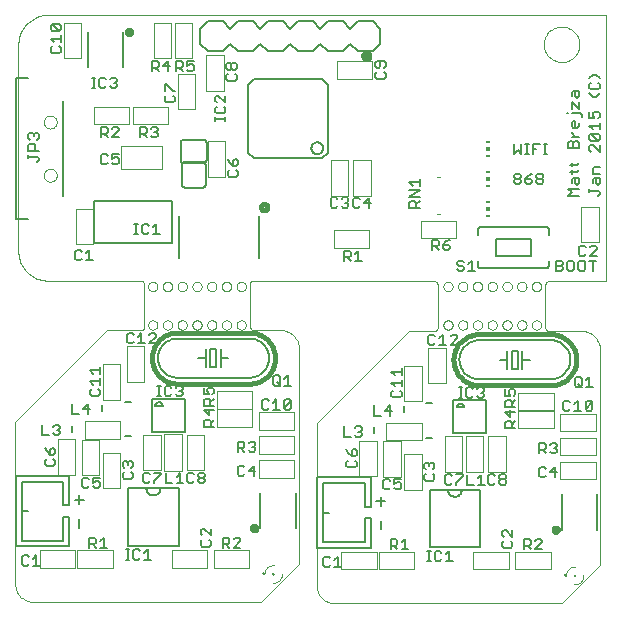
<source format=gto>
G75*
%MOIN*%
%OFA0B0*%
%FSLAX24Y24*%
%IPPOS*%
%LPD*%
%AMOC8*
5,1,8,0,0,1.08239X$1,22.5*
%
%ADD10C,0.0060*%
%ADD11C,0.0000*%
%ADD12C,0.0160*%
%ADD13C,0.0080*%
%ADD14C,0.0039*%
%ADD15C,0.0050*%
%ADD16C,0.0040*%
%ADD17R,0.0079X0.0079*%
%ADD18R,0.0059X0.0098*%
%ADD19C,0.0079*%
%ADD20R,0.0118X0.0059*%
%ADD21R,0.0118X0.0118*%
D10*
X006165Y001541D02*
X006222Y001484D01*
X006335Y001484D01*
X006392Y001541D01*
X006533Y001484D02*
X006760Y001484D01*
X006647Y001484D02*
X006647Y001824D01*
X006533Y001711D01*
X006392Y001768D02*
X006335Y001824D01*
X006222Y001824D01*
X006165Y001768D01*
X006165Y001541D01*
X008079Y002739D02*
X008079Y003033D01*
X008079Y003527D02*
X008079Y003820D01*
X007932Y003674D02*
X008226Y003674D01*
X008222Y004076D02*
X008335Y004076D01*
X008392Y004133D01*
X008533Y004133D02*
X008590Y004076D01*
X008703Y004076D01*
X008760Y004133D01*
X008760Y004246D01*
X008703Y004303D01*
X008647Y004303D01*
X008533Y004246D01*
X008533Y004416D01*
X008760Y004416D01*
X008392Y004360D02*
X008335Y004416D01*
X008222Y004416D01*
X008165Y004360D01*
X008165Y004133D01*
X008222Y004076D01*
X007272Y004864D02*
X007272Y004977D01*
X007215Y005034D01*
X007215Y005175D02*
X007272Y005232D01*
X007272Y005346D01*
X007215Y005402D01*
X007158Y005402D01*
X007102Y005346D01*
X007102Y005175D01*
X007215Y005175D01*
X007102Y005175D02*
X006988Y005289D01*
X006932Y005402D01*
X006988Y005034D02*
X006932Y004977D01*
X006932Y004864D01*
X006988Y004807D01*
X007215Y004807D01*
X007272Y004864D01*
X007266Y005830D02*
X007210Y005887D01*
X007266Y005830D02*
X007380Y005830D01*
X007436Y005887D01*
X007436Y005943D01*
X007380Y006000D01*
X007323Y006000D01*
X007380Y006000D02*
X007436Y006057D01*
X007436Y006114D01*
X007380Y006170D01*
X007266Y006170D01*
X007210Y006114D01*
X007068Y005830D02*
X006841Y005830D01*
X006841Y006170D01*
X007841Y006530D02*
X008068Y006530D01*
X008210Y006700D02*
X008436Y006700D01*
X008380Y006530D02*
X008380Y006870D01*
X008210Y006700D01*
X007841Y006870D02*
X007841Y006530D01*
X008488Y007139D02*
X008715Y007139D01*
X008772Y007196D01*
X008772Y007309D01*
X008715Y007366D01*
X008772Y007507D02*
X008772Y007734D01*
X008772Y007621D02*
X008432Y007621D01*
X008545Y007507D01*
X008488Y007366D02*
X008432Y007309D01*
X008432Y007196D01*
X008488Y007139D01*
X008545Y007875D02*
X008432Y007989D01*
X008772Y007989D01*
X008772Y008102D02*
X008772Y007875D01*
X009721Y008886D02*
X009834Y008886D01*
X009891Y008942D01*
X010032Y008886D02*
X010259Y008886D01*
X010146Y008886D02*
X010146Y009226D01*
X010032Y009112D01*
X009891Y009169D02*
X009834Y009226D01*
X009721Y009226D01*
X009664Y009169D01*
X009664Y008942D01*
X009721Y008886D01*
X010401Y008886D02*
X010628Y009112D01*
X010628Y009169D01*
X010571Y009226D01*
X010457Y009226D01*
X010401Y009169D01*
X010401Y008886D02*
X010628Y008886D01*
X011349Y009048D02*
X013749Y009048D01*
X013799Y009046D01*
X013848Y009040D01*
X013897Y009031D01*
X013945Y009018D01*
X013992Y009001D01*
X014037Y008981D01*
X014081Y008957D01*
X014123Y008930D01*
X014163Y008899D01*
X014200Y008866D01*
X014234Y008830D01*
X014266Y008792D01*
X014295Y008751D01*
X014320Y008709D01*
X014342Y008664D01*
X014361Y008618D01*
X014376Y008570D01*
X014387Y008522D01*
X014395Y008473D01*
X014399Y008423D01*
X014399Y008373D01*
X014395Y008323D01*
X014387Y008274D01*
X014376Y008226D01*
X014361Y008178D01*
X014342Y008132D01*
X014320Y008087D01*
X014295Y008045D01*
X014266Y008004D01*
X014234Y007966D01*
X014200Y007930D01*
X014163Y007897D01*
X014123Y007866D01*
X014081Y007839D01*
X014037Y007815D01*
X013992Y007795D01*
X013945Y007778D01*
X013897Y007765D01*
X013848Y007756D01*
X013799Y007750D01*
X013749Y007748D01*
X011349Y007748D01*
X011348Y007470D02*
X011462Y007470D01*
X011519Y007414D01*
X011519Y007357D01*
X011462Y007300D01*
X011519Y007243D01*
X011519Y007187D01*
X011462Y007130D01*
X011348Y007130D01*
X011292Y007187D01*
X011150Y007187D02*
X011094Y007130D01*
X010980Y007130D01*
X010923Y007187D01*
X010923Y007414D01*
X010980Y007470D01*
X011094Y007470D01*
X011150Y007414D01*
X011292Y007414D02*
X011348Y007470D01*
X011405Y007300D02*
X011462Y007300D01*
X012224Y007411D02*
X012224Y007185D01*
X012394Y007185D01*
X012337Y007298D01*
X012337Y007355D01*
X012394Y007411D01*
X012507Y007411D01*
X012564Y007355D01*
X012564Y007241D01*
X012507Y007185D01*
X012564Y007043D02*
X012450Y006930D01*
X012450Y006986D02*
X012450Y006816D01*
X012564Y006816D02*
X012224Y006816D01*
X012224Y006986D01*
X012280Y007043D01*
X012394Y007043D01*
X012450Y006986D01*
X012395Y006711D02*
X012395Y006485D01*
X012225Y006655D01*
X012565Y006655D01*
X012565Y006343D02*
X012452Y006230D01*
X012452Y006286D02*
X012452Y006116D01*
X012565Y006116D02*
X012225Y006116D01*
X012225Y006286D01*
X012282Y006343D01*
X012395Y006343D01*
X012452Y006286D01*
X013355Y005616D02*
X013525Y005616D01*
X013582Y005560D01*
X013582Y005446D01*
X013525Y005389D01*
X013355Y005389D01*
X013355Y005276D02*
X013355Y005616D01*
X013468Y005389D02*
X013582Y005276D01*
X013723Y005333D02*
X013780Y005276D01*
X013893Y005276D01*
X013950Y005333D01*
X013950Y005389D01*
X013893Y005446D01*
X013837Y005446D01*
X013893Y005446D02*
X013950Y005503D01*
X013950Y005560D01*
X013893Y005616D01*
X013780Y005616D01*
X013723Y005560D01*
X013893Y004816D02*
X013723Y004646D01*
X013950Y004646D01*
X013893Y004476D02*
X013893Y004816D01*
X013582Y004760D02*
X013525Y004816D01*
X013412Y004816D01*
X013355Y004760D01*
X013355Y004533D01*
X013412Y004476D01*
X013525Y004476D01*
X013582Y004533D01*
X012259Y004518D02*
X012259Y004461D01*
X012203Y004404D01*
X012089Y004404D01*
X012032Y004461D01*
X012032Y004518D01*
X012089Y004574D01*
X012203Y004574D01*
X012259Y004518D01*
X012203Y004404D02*
X012259Y004347D01*
X012259Y004291D01*
X012203Y004234D01*
X012089Y004234D01*
X012032Y004291D01*
X012032Y004347D01*
X012089Y004404D01*
X011891Y004291D02*
X011834Y004234D01*
X011721Y004234D01*
X011664Y004291D01*
X011664Y004518D01*
X011721Y004574D01*
X011834Y004574D01*
X011891Y004518D01*
X011547Y004223D02*
X011320Y004223D01*
X011434Y004223D02*
X011434Y004563D01*
X011320Y004450D01*
X011179Y004223D02*
X010952Y004223D01*
X010952Y004563D01*
X010809Y004574D02*
X010809Y004518D01*
X010582Y004291D01*
X010582Y004234D01*
X010441Y004291D02*
X010384Y004234D01*
X010271Y004234D01*
X010214Y004291D01*
X010214Y004518D01*
X010271Y004574D01*
X010384Y004574D01*
X010441Y004518D01*
X010582Y004574D02*
X010809Y004574D01*
X009864Y004536D02*
X009864Y004423D01*
X009807Y004366D01*
X009580Y004366D01*
X009524Y004423D01*
X009524Y004536D01*
X009580Y004593D01*
X009580Y004735D02*
X009524Y004791D01*
X009524Y004905D01*
X009580Y004961D01*
X009637Y004961D01*
X009694Y004905D01*
X009750Y004961D01*
X009807Y004961D01*
X009864Y004905D01*
X009864Y004791D01*
X009807Y004735D01*
X009807Y004593D02*
X009864Y004536D01*
X009694Y004848D02*
X009694Y004905D01*
X012124Y002655D02*
X012124Y002541D01*
X012180Y002485D01*
X012180Y002343D02*
X012124Y002286D01*
X012124Y002173D01*
X012180Y002116D01*
X012407Y002116D01*
X012464Y002173D01*
X012464Y002286D01*
X012407Y002343D01*
X012464Y002485D02*
X012237Y002711D01*
X012180Y002711D01*
X012124Y002655D01*
X012464Y002711D02*
X012464Y002485D01*
X012855Y002416D02*
X012855Y002076D01*
X012855Y002189D02*
X013025Y002189D01*
X013082Y002246D01*
X013082Y002360D01*
X013025Y002416D01*
X012855Y002416D01*
X012968Y002189D02*
X013082Y002076D01*
X013223Y002076D02*
X013450Y002303D01*
X013450Y002360D01*
X013393Y002416D01*
X013280Y002416D01*
X013223Y002360D01*
X013223Y002076D02*
X013450Y002076D01*
X016215Y001718D02*
X016215Y001491D01*
X016272Y001434D01*
X016385Y001434D01*
X016442Y001491D01*
X016583Y001434D02*
X016810Y001434D01*
X016697Y001434D02*
X016697Y001774D01*
X016583Y001661D01*
X016442Y001718D02*
X016385Y001774D01*
X016272Y001774D01*
X016215Y001718D01*
X018129Y002689D02*
X018129Y002983D01*
X018129Y003477D02*
X018129Y003770D01*
X017982Y003624D02*
X018276Y003624D01*
X018272Y004026D02*
X018385Y004026D01*
X018442Y004083D01*
X018583Y004083D02*
X018640Y004026D01*
X018753Y004026D01*
X018810Y004083D01*
X018810Y004196D01*
X018753Y004253D01*
X018697Y004253D01*
X018583Y004196D01*
X018583Y004366D01*
X018810Y004366D01*
X018442Y004310D02*
X018385Y004366D01*
X018272Y004366D01*
X018215Y004310D01*
X018215Y004083D01*
X018272Y004026D01*
X017322Y004814D02*
X017265Y004757D01*
X017038Y004757D01*
X016982Y004814D01*
X016982Y004927D01*
X017038Y004984D01*
X017152Y005125D02*
X017152Y005296D01*
X017208Y005352D01*
X017265Y005352D01*
X017322Y005296D01*
X017322Y005182D01*
X017265Y005125D01*
X017152Y005125D01*
X017038Y005239D01*
X016982Y005352D01*
X017265Y004984D02*
X017322Y004927D01*
X017322Y004814D01*
X017316Y005780D02*
X017260Y005837D01*
X017316Y005780D02*
X017430Y005780D01*
X017486Y005837D01*
X017486Y005893D01*
X017430Y005950D01*
X017373Y005950D01*
X017430Y005950D02*
X017486Y006007D01*
X017486Y006064D01*
X017430Y006120D01*
X017316Y006120D01*
X017260Y006064D01*
X017118Y005780D02*
X016891Y005780D01*
X016891Y006120D01*
X017891Y006480D02*
X018118Y006480D01*
X018260Y006650D02*
X018486Y006650D01*
X018430Y006480D02*
X018430Y006820D01*
X018260Y006650D01*
X017891Y006820D02*
X017891Y006480D01*
X018538Y007089D02*
X018765Y007089D01*
X018822Y007146D01*
X018822Y007259D01*
X018765Y007316D01*
X018822Y007457D02*
X018822Y007684D01*
X018822Y007571D02*
X018482Y007571D01*
X018595Y007457D01*
X018538Y007316D02*
X018482Y007259D01*
X018482Y007146D01*
X018538Y007089D01*
X018595Y007825D02*
X018482Y007939D01*
X018822Y007939D01*
X018822Y008052D02*
X018822Y007825D01*
X019771Y008836D02*
X019884Y008836D01*
X019941Y008892D01*
X020082Y008836D02*
X020309Y008836D01*
X020196Y008836D02*
X020196Y009176D01*
X020082Y009062D01*
X019941Y009119D02*
X019884Y009176D01*
X019771Y009176D01*
X019714Y009119D01*
X019714Y008892D01*
X019771Y008836D01*
X020451Y008836D02*
X020678Y009062D01*
X020678Y009119D01*
X020621Y009176D01*
X020507Y009176D01*
X020451Y009119D01*
X020451Y008836D02*
X020678Y008836D01*
X021399Y008998D02*
X023799Y008998D01*
X023849Y008996D01*
X023898Y008990D01*
X023947Y008981D01*
X023995Y008968D01*
X024042Y008951D01*
X024087Y008931D01*
X024131Y008907D01*
X024173Y008880D01*
X024213Y008849D01*
X024250Y008816D01*
X024284Y008780D01*
X024316Y008742D01*
X024345Y008701D01*
X024370Y008659D01*
X024392Y008614D01*
X024411Y008568D01*
X024426Y008520D01*
X024437Y008472D01*
X024445Y008423D01*
X024449Y008373D01*
X024449Y008323D01*
X024445Y008273D01*
X024437Y008224D01*
X024426Y008176D01*
X024411Y008128D01*
X024392Y008082D01*
X024370Y008037D01*
X024345Y007995D01*
X024316Y007954D01*
X024284Y007916D01*
X024250Y007880D01*
X024213Y007847D01*
X024173Y007816D01*
X024131Y007789D01*
X024087Y007765D01*
X024042Y007745D01*
X023995Y007728D01*
X023947Y007715D01*
X023898Y007706D01*
X023849Y007700D01*
X023799Y007698D01*
X021399Y007698D01*
X021398Y007420D02*
X021512Y007420D01*
X021569Y007364D01*
X021569Y007307D01*
X021512Y007250D01*
X021569Y007193D01*
X021569Y007137D01*
X021512Y007080D01*
X021398Y007080D01*
X021342Y007137D01*
X021200Y007137D02*
X021144Y007080D01*
X021030Y007080D01*
X020973Y007137D01*
X020973Y007364D01*
X021030Y007420D01*
X021144Y007420D01*
X021200Y007364D01*
X021342Y007364D02*
X021398Y007420D01*
X021455Y007250D02*
X021512Y007250D01*
X022274Y007361D02*
X022274Y007135D01*
X022444Y007135D01*
X022387Y007248D01*
X022387Y007305D01*
X022444Y007361D01*
X022557Y007361D01*
X022614Y007305D01*
X022614Y007191D01*
X022557Y007135D01*
X022614Y006993D02*
X022500Y006880D01*
X022500Y006936D02*
X022500Y006766D01*
X022614Y006766D02*
X022274Y006766D01*
X022274Y006936D01*
X022330Y006993D01*
X022444Y006993D01*
X022500Y006936D01*
X022445Y006661D02*
X022445Y006435D01*
X022275Y006605D01*
X022615Y006605D01*
X022615Y006293D02*
X022502Y006180D01*
X022502Y006236D02*
X022502Y006066D01*
X022615Y006066D02*
X022275Y006066D01*
X022275Y006236D01*
X022332Y006293D01*
X022445Y006293D01*
X022502Y006236D01*
X023405Y005566D02*
X023575Y005566D01*
X023632Y005510D01*
X023632Y005396D01*
X023575Y005339D01*
X023405Y005339D01*
X023405Y005226D02*
X023405Y005566D01*
X023518Y005339D02*
X023632Y005226D01*
X023773Y005283D02*
X023830Y005226D01*
X023943Y005226D01*
X024000Y005283D01*
X024000Y005339D01*
X023943Y005396D01*
X023887Y005396D01*
X023943Y005396D02*
X024000Y005453D01*
X024000Y005510D01*
X023943Y005566D01*
X023830Y005566D01*
X023773Y005510D01*
X023943Y004766D02*
X023773Y004596D01*
X024000Y004596D01*
X023943Y004426D02*
X023943Y004766D01*
X023632Y004710D02*
X023575Y004766D01*
X023462Y004766D01*
X023405Y004710D01*
X023405Y004483D01*
X023462Y004426D01*
X023575Y004426D01*
X023632Y004483D01*
X022309Y004468D02*
X022309Y004411D01*
X022253Y004354D01*
X022139Y004354D01*
X022082Y004411D01*
X022082Y004468D01*
X022139Y004524D01*
X022253Y004524D01*
X022309Y004468D01*
X022253Y004354D02*
X022309Y004297D01*
X022309Y004241D01*
X022253Y004184D01*
X022139Y004184D01*
X022082Y004241D01*
X022082Y004297D01*
X022139Y004354D01*
X021941Y004241D02*
X021884Y004184D01*
X021771Y004184D01*
X021714Y004241D01*
X021714Y004468D01*
X021771Y004524D01*
X021884Y004524D01*
X021941Y004468D01*
X021597Y004173D02*
X021370Y004173D01*
X021484Y004173D02*
X021484Y004513D01*
X021370Y004400D01*
X021229Y004173D02*
X021002Y004173D01*
X021002Y004513D01*
X020859Y004524D02*
X020859Y004468D01*
X020632Y004241D01*
X020632Y004184D01*
X020491Y004241D02*
X020434Y004184D01*
X020321Y004184D01*
X020264Y004241D01*
X020264Y004468D01*
X020321Y004524D01*
X020434Y004524D01*
X020491Y004468D01*
X020632Y004524D02*
X020859Y004524D01*
X019914Y004486D02*
X019857Y004543D01*
X019914Y004486D02*
X019914Y004373D01*
X019857Y004316D01*
X019630Y004316D01*
X019574Y004373D01*
X019574Y004486D01*
X019630Y004543D01*
X019630Y004685D02*
X019574Y004741D01*
X019574Y004855D01*
X019630Y004911D01*
X019687Y004911D01*
X019744Y004855D01*
X019800Y004911D01*
X019857Y004911D01*
X019914Y004855D01*
X019914Y004741D01*
X019857Y004685D01*
X019744Y004798D02*
X019744Y004855D01*
X020728Y007080D02*
X020841Y007080D01*
X020785Y007080D02*
X020785Y007420D01*
X020841Y007420D02*
X020728Y007420D01*
X021399Y007698D02*
X021349Y007700D01*
X021300Y007706D01*
X021251Y007715D01*
X021203Y007728D01*
X021156Y007745D01*
X021111Y007765D01*
X021067Y007789D01*
X021025Y007816D01*
X020985Y007847D01*
X020948Y007880D01*
X020914Y007916D01*
X020882Y007954D01*
X020853Y007995D01*
X020828Y008037D01*
X020806Y008082D01*
X020787Y008128D01*
X020772Y008176D01*
X020761Y008224D01*
X020753Y008273D01*
X020749Y008323D01*
X020749Y008373D01*
X020753Y008423D01*
X020761Y008472D01*
X020772Y008520D01*
X020787Y008568D01*
X020806Y008614D01*
X020828Y008659D01*
X020853Y008701D01*
X020882Y008742D01*
X020914Y008780D01*
X020948Y008816D01*
X020985Y008849D01*
X021025Y008880D01*
X021067Y008907D01*
X021111Y008931D01*
X021156Y008951D01*
X021203Y008968D01*
X021251Y008981D01*
X021300Y008990D01*
X021349Y008996D01*
X021399Y008998D01*
X022099Y008348D02*
X022349Y008348D01*
X022349Y008648D01*
X022499Y008648D02*
X022699Y008648D01*
X022699Y008048D01*
X022499Y008048D01*
X022499Y008648D01*
X022349Y008348D02*
X022349Y008048D01*
X022849Y008048D02*
X022849Y008348D01*
X023099Y008348D01*
X022849Y008348D02*
X022849Y008648D01*
X024593Y007712D02*
X024593Y007485D01*
X024650Y007428D01*
X024763Y007428D01*
X024820Y007485D01*
X024820Y007712D01*
X024763Y007769D01*
X024650Y007769D01*
X024593Y007712D01*
X024706Y007542D02*
X024820Y007428D01*
X024961Y007428D02*
X025188Y007428D01*
X025075Y007428D02*
X025075Y007769D01*
X024961Y007655D01*
X025007Y006974D02*
X025121Y006974D01*
X025178Y006918D01*
X024951Y006691D01*
X025007Y006634D01*
X025121Y006634D01*
X025178Y006691D01*
X025178Y006918D01*
X025007Y006974D02*
X024951Y006918D01*
X024951Y006691D01*
X024809Y006634D02*
X024582Y006634D01*
X024696Y006634D02*
X024696Y006974D01*
X024582Y006861D01*
X024441Y006918D02*
X024384Y006974D01*
X024271Y006974D01*
X024214Y006918D01*
X024214Y006691D01*
X024271Y006634D01*
X024384Y006634D01*
X024441Y006691D01*
X022514Y002661D02*
X022514Y002435D01*
X022287Y002661D01*
X022230Y002661D01*
X022174Y002605D01*
X022174Y002491D01*
X022230Y002435D01*
X022230Y002293D02*
X022174Y002236D01*
X022174Y002123D01*
X022230Y002066D01*
X022457Y002066D01*
X022514Y002123D01*
X022514Y002236D01*
X022457Y002293D01*
X022905Y002366D02*
X022905Y002026D01*
X022905Y002139D02*
X023075Y002139D01*
X023132Y002196D01*
X023132Y002310D01*
X023075Y002366D01*
X022905Y002366D01*
X023018Y002139D02*
X023132Y002026D01*
X023273Y002026D02*
X023500Y002253D01*
X023500Y002310D01*
X023443Y002366D01*
X023330Y002366D01*
X023273Y002310D01*
X023273Y002026D02*
X023500Y002026D01*
X020519Y001630D02*
X020292Y001630D01*
X020405Y001630D02*
X020405Y001970D01*
X020292Y001857D01*
X020150Y001914D02*
X020094Y001970D01*
X019980Y001970D01*
X019923Y001914D01*
X019923Y001687D01*
X019980Y001630D01*
X020094Y001630D01*
X020150Y001687D01*
X019791Y001630D02*
X019678Y001630D01*
X019735Y001630D02*
X019735Y001970D01*
X019791Y001970D02*
X019678Y001970D01*
X019050Y002026D02*
X018823Y002026D01*
X018937Y002026D02*
X018937Y002366D01*
X018823Y002253D01*
X018682Y002310D02*
X018682Y002196D01*
X018625Y002139D01*
X018455Y002139D01*
X018455Y002026D02*
X018455Y002366D01*
X018625Y002366D01*
X018682Y002310D01*
X018568Y002139D02*
X018682Y002026D01*
X015071Y006684D02*
X014957Y006684D01*
X014901Y006741D01*
X015128Y006968D01*
X015128Y006741D01*
X015071Y006684D01*
X014901Y006741D02*
X014901Y006968D01*
X014957Y007024D01*
X015071Y007024D01*
X015128Y006968D01*
X014759Y006684D02*
X014532Y006684D01*
X014646Y006684D02*
X014646Y007024D01*
X014532Y006911D01*
X014391Y006968D02*
X014334Y007024D01*
X014221Y007024D01*
X014164Y006968D01*
X014164Y006741D01*
X014221Y006684D01*
X014334Y006684D01*
X014391Y006741D01*
X014600Y007478D02*
X014543Y007535D01*
X014543Y007762D01*
X014600Y007819D01*
X014713Y007819D01*
X014770Y007762D01*
X014770Y007535D01*
X014713Y007478D01*
X014600Y007478D01*
X014656Y007592D02*
X014770Y007478D01*
X014911Y007478D02*
X015138Y007478D01*
X015025Y007478D02*
X015025Y007819D01*
X014911Y007705D01*
X013049Y008398D02*
X012799Y008398D01*
X012799Y008698D01*
X012649Y008698D02*
X012649Y008098D01*
X012449Y008098D01*
X012449Y008698D01*
X012649Y008698D01*
X012799Y008398D02*
X012799Y008098D01*
X012299Y008098D02*
X012299Y008398D01*
X012049Y008398D01*
X012299Y008398D02*
X012299Y008698D01*
X011349Y009048D02*
X011299Y009046D01*
X011250Y009040D01*
X011201Y009031D01*
X011153Y009018D01*
X011106Y009001D01*
X011061Y008981D01*
X011017Y008957D01*
X010975Y008930D01*
X010935Y008899D01*
X010898Y008866D01*
X010864Y008830D01*
X010832Y008792D01*
X010803Y008751D01*
X010778Y008709D01*
X010756Y008664D01*
X010737Y008618D01*
X010722Y008570D01*
X010711Y008522D01*
X010703Y008473D01*
X010699Y008423D01*
X010699Y008373D01*
X010703Y008323D01*
X010711Y008274D01*
X010722Y008226D01*
X010737Y008178D01*
X010756Y008132D01*
X010778Y008087D01*
X010803Y008045D01*
X010832Y008004D01*
X010864Y007966D01*
X010898Y007930D01*
X010935Y007897D01*
X010975Y007866D01*
X011017Y007839D01*
X011061Y007815D01*
X011106Y007795D01*
X011153Y007778D01*
X011201Y007765D01*
X011250Y007756D01*
X011299Y007750D01*
X011349Y007748D01*
X010791Y007470D02*
X010678Y007470D01*
X010735Y007470D02*
X010735Y007130D01*
X010791Y007130D02*
X010678Y007130D01*
X008523Y011660D02*
X008296Y011660D01*
X008410Y011660D02*
X008410Y012000D01*
X008296Y011887D01*
X008155Y011943D02*
X008098Y012000D01*
X007985Y012000D01*
X007928Y011943D01*
X007928Y011717D01*
X007985Y011660D01*
X008098Y011660D01*
X008155Y011717D01*
X009915Y012533D02*
X010029Y012533D01*
X009972Y012533D02*
X009972Y012874D01*
X009915Y012874D02*
X010029Y012874D01*
X010161Y012817D02*
X010161Y012590D01*
X010218Y012533D01*
X010331Y012533D01*
X010388Y012590D01*
X010529Y012533D02*
X010756Y012533D01*
X010643Y012533D02*
X010643Y012874D01*
X010529Y012760D01*
X010388Y012817D02*
X010331Y012874D01*
X010218Y012874D01*
X010161Y012817D01*
X011596Y014084D02*
X012187Y014084D01*
X012206Y014088D01*
X012223Y014094D01*
X012240Y014104D01*
X012254Y014116D01*
X012266Y014131D01*
X012276Y014147D01*
X012282Y014165D01*
X012286Y014184D01*
X012286Y014203D01*
X012285Y014202D02*
X012285Y014832D01*
X012200Y014893D02*
X011570Y014893D01*
X011596Y014951D02*
X011578Y014947D01*
X011560Y014941D01*
X011543Y014931D01*
X011529Y014919D01*
X011516Y014904D01*
X011507Y014888D01*
X011501Y014870D01*
X011497Y014851D01*
X011497Y014832D01*
X011498Y014832D02*
X011498Y014202D01*
X011497Y014203D02*
X011497Y014184D01*
X011501Y014165D01*
X011507Y014147D01*
X011517Y014131D01*
X011529Y014116D01*
X011543Y014104D01*
X011560Y014094D01*
X011577Y014088D01*
X011596Y014084D01*
X012286Y014832D02*
X012286Y014851D01*
X012282Y014870D01*
X012276Y014888D01*
X012266Y014904D01*
X012254Y014919D01*
X012240Y014931D01*
X012223Y014941D01*
X012206Y014947D01*
X012187Y014951D01*
X012187Y014950D02*
X011596Y014950D01*
X011570Y014892D02*
X011551Y014892D01*
X011532Y014896D01*
X011514Y014902D01*
X011498Y014911D01*
X011483Y014924D01*
X011471Y014938D01*
X011461Y014955D01*
X011455Y014973D01*
X011451Y014991D01*
X011452Y014991D02*
X011452Y015581D01*
X011451Y015582D02*
X011455Y015601D01*
X011461Y015618D01*
X011471Y015635D01*
X011483Y015649D01*
X011498Y015661D01*
X011514Y015671D01*
X011532Y015677D01*
X011551Y015681D01*
X011570Y015681D01*
X011570Y015680D02*
X012200Y015680D01*
X012200Y015681D02*
X012219Y015681D01*
X012238Y015677D01*
X012256Y015671D01*
X012272Y015661D01*
X012287Y015649D01*
X012299Y015635D01*
X012309Y015618D01*
X012315Y015601D01*
X012319Y015582D01*
X012318Y015581D02*
X012318Y014991D01*
X012319Y014991D02*
X012315Y014972D01*
X012309Y014955D01*
X012299Y014938D01*
X012287Y014924D01*
X012272Y014912D01*
X012256Y014902D01*
X012238Y014896D01*
X012219Y014892D01*
X012200Y014892D01*
X013028Y015035D02*
X013084Y014921D01*
X013198Y014808D01*
X013198Y014978D01*
X013254Y015035D01*
X013311Y015035D01*
X013368Y014978D01*
X013368Y014864D01*
X013311Y014808D01*
X013198Y014808D01*
X013311Y014666D02*
X013368Y014610D01*
X013368Y014496D01*
X013311Y014439D01*
X013084Y014439D01*
X013028Y014496D01*
X013028Y014610D01*
X013084Y014666D01*
X013695Y015249D02*
X013892Y015052D01*
X016154Y015052D01*
X016351Y015249D01*
X016351Y017511D01*
X016154Y017708D01*
X013892Y017708D01*
X013695Y017511D01*
X013695Y015249D01*
X012943Y016310D02*
X012943Y016423D01*
X012943Y016367D02*
X012602Y016367D01*
X012602Y016423D02*
X012602Y016310D01*
X012659Y016555D02*
X012886Y016555D01*
X012943Y016612D01*
X012943Y016726D01*
X012886Y016782D01*
X012943Y016924D02*
X012716Y017151D01*
X012659Y017151D01*
X012602Y017094D01*
X012602Y016980D01*
X012659Y016924D01*
X012659Y016782D02*
X012602Y016726D01*
X012602Y016612D01*
X012659Y016555D01*
X012943Y016924D02*
X012943Y017151D01*
X013034Y017648D02*
X013261Y017648D01*
X013318Y017705D01*
X013318Y017819D01*
X013261Y017875D01*
X013261Y018017D02*
X013204Y018017D01*
X013148Y018074D01*
X013148Y018187D01*
X013204Y018244D01*
X013261Y018244D01*
X013318Y018187D01*
X013318Y018074D01*
X013261Y018017D01*
X013148Y018074D02*
X013091Y018017D01*
X013034Y018017D01*
X012978Y018074D01*
X012978Y018187D01*
X013034Y018244D01*
X013091Y018244D01*
X013148Y018187D01*
X013034Y017875D02*
X012978Y017819D01*
X012978Y017705D01*
X013034Y017648D01*
X011886Y018017D02*
X011830Y017960D01*
X011716Y017960D01*
X011660Y018017D01*
X011660Y018130D02*
X011773Y018187D01*
X011830Y018187D01*
X011886Y018130D01*
X011886Y018017D01*
X011660Y018130D02*
X011660Y018300D01*
X011886Y018300D01*
X011518Y018243D02*
X011518Y018130D01*
X011461Y018073D01*
X011291Y018073D01*
X011291Y017960D02*
X011291Y018300D01*
X011461Y018300D01*
X011518Y018243D01*
X011405Y018073D02*
X011518Y017960D01*
X011086Y018130D02*
X010860Y018130D01*
X011030Y018300D01*
X011030Y017960D01*
X010718Y017960D02*
X010605Y018073D01*
X010661Y018073D02*
X010491Y018073D01*
X010491Y017960D02*
X010491Y018300D01*
X010661Y018300D01*
X010718Y018243D01*
X010718Y018130D01*
X010661Y018073D01*
X010928Y017518D02*
X010984Y017518D01*
X011211Y017292D01*
X011268Y017292D01*
X011211Y017150D02*
X011268Y017093D01*
X011268Y016980D01*
X011211Y016923D01*
X010984Y016923D01*
X010928Y016980D01*
X010928Y017093D01*
X010984Y017150D01*
X010928Y017292D02*
X010928Y017518D01*
X010630Y016100D02*
X010516Y016100D01*
X010460Y016043D01*
X010318Y016043D02*
X010318Y015930D01*
X010261Y015873D01*
X010091Y015873D01*
X010091Y015760D02*
X010091Y016100D01*
X010261Y016100D01*
X010318Y016043D01*
X010205Y015873D02*
X010318Y015760D01*
X010460Y015817D02*
X010516Y015760D01*
X010630Y015760D01*
X010686Y015817D01*
X010686Y015873D01*
X010630Y015930D01*
X010573Y015930D01*
X010630Y015930D02*
X010686Y015987D01*
X010686Y016043D01*
X010630Y016100D01*
X009386Y016043D02*
X009330Y016100D01*
X009216Y016100D01*
X009160Y016043D01*
X009018Y016043D02*
X009018Y015930D01*
X008961Y015873D01*
X008791Y015873D01*
X008791Y015760D02*
X008791Y016100D01*
X008961Y016100D01*
X009018Y016043D01*
X008905Y015873D02*
X009018Y015760D01*
X009160Y015760D02*
X009386Y015987D01*
X009386Y016043D01*
X009386Y015760D02*
X009160Y015760D01*
X009160Y015200D02*
X009160Y015030D01*
X009273Y015087D01*
X009330Y015087D01*
X009386Y015030D01*
X009386Y014917D01*
X009330Y014860D01*
X009216Y014860D01*
X009160Y014917D01*
X009018Y014917D02*
X008961Y014860D01*
X008848Y014860D01*
X008791Y014917D01*
X008791Y015143D01*
X008848Y015200D01*
X008961Y015200D01*
X009018Y015143D01*
X009160Y015200D02*
X009386Y015200D01*
X009280Y017410D02*
X009166Y017410D01*
X009110Y017467D01*
X008968Y017467D02*
X008911Y017410D01*
X008798Y017410D01*
X008741Y017467D01*
X008741Y017693D01*
X008798Y017750D01*
X008911Y017750D01*
X008968Y017693D01*
X009110Y017693D02*
X009166Y017750D01*
X009280Y017750D01*
X009336Y017693D01*
X009336Y017637D01*
X009280Y017580D01*
X009336Y017523D01*
X009336Y017467D01*
X009280Y017410D01*
X009280Y017580D02*
X009223Y017580D01*
X008609Y017410D02*
X008496Y017410D01*
X008552Y017410D02*
X008552Y017750D01*
X008496Y017750D02*
X008609Y017750D01*
X007468Y018617D02*
X007468Y018730D01*
X007411Y018787D01*
X007468Y018928D02*
X007468Y019155D01*
X007468Y019042D02*
X007128Y019042D01*
X007241Y018928D01*
X007184Y018787D02*
X007128Y018730D01*
X007128Y018617D01*
X007184Y018560D01*
X007411Y018560D01*
X007468Y018617D01*
X007411Y019297D02*
X007184Y019297D01*
X007128Y019353D01*
X007128Y019467D01*
X007184Y019523D01*
X007411Y019297D01*
X007468Y019353D01*
X007468Y019467D01*
X007411Y019523D01*
X007184Y019523D01*
X006664Y015910D02*
X006721Y015854D01*
X006721Y015740D01*
X006664Y015684D01*
X006551Y015797D02*
X006551Y015854D01*
X006608Y015910D01*
X006664Y015910D01*
X006551Y015854D02*
X006494Y015910D01*
X006437Y015910D01*
X006381Y015854D01*
X006381Y015740D01*
X006437Y015684D01*
X006437Y015542D02*
X006381Y015485D01*
X006381Y015315D01*
X006721Y015315D01*
X006608Y015315D02*
X006608Y015485D01*
X006551Y015542D01*
X006437Y015542D01*
X006381Y015174D02*
X006381Y015060D01*
X006381Y015117D02*
X006664Y015117D01*
X006721Y015060D01*
X006721Y015004D01*
X006664Y014947D01*
X015810Y015396D02*
X015812Y015423D01*
X015818Y015450D01*
X015827Y015476D01*
X015840Y015500D01*
X015856Y015523D01*
X015875Y015542D01*
X015897Y015559D01*
X015921Y015573D01*
X015946Y015583D01*
X015973Y015590D01*
X016000Y015593D01*
X016028Y015592D01*
X016055Y015587D01*
X016081Y015579D01*
X016105Y015567D01*
X016128Y015551D01*
X016149Y015533D01*
X016166Y015512D01*
X016181Y015488D01*
X016192Y015463D01*
X016200Y015437D01*
X016204Y015410D01*
X016204Y015382D01*
X016200Y015355D01*
X016192Y015329D01*
X016181Y015304D01*
X016166Y015280D01*
X016149Y015259D01*
X016128Y015241D01*
X016106Y015225D01*
X016081Y015213D01*
X016055Y015205D01*
X016028Y015200D01*
X016000Y015199D01*
X015973Y015202D01*
X015946Y015209D01*
X015921Y015219D01*
X015897Y015233D01*
X015875Y015250D01*
X015856Y015269D01*
X015840Y015292D01*
X015827Y015316D01*
X015818Y015342D01*
X015812Y015369D01*
X015810Y015396D01*
X016508Y013752D02*
X016451Y013695D01*
X016451Y013468D01*
X016508Y013411D01*
X016621Y013411D01*
X016678Y013468D01*
X016819Y013468D02*
X016876Y013411D01*
X016990Y013411D01*
X017046Y013468D01*
X017046Y013525D01*
X016990Y013582D01*
X016933Y013582D01*
X016990Y013582D02*
X017046Y013638D01*
X017046Y013695D01*
X016990Y013752D01*
X016876Y013752D01*
X016819Y013695D01*
X016678Y013695D02*
X016621Y013752D01*
X016508Y013752D01*
X017203Y013693D02*
X017203Y013467D01*
X017259Y013410D01*
X017373Y013410D01*
X017430Y013467D01*
X017571Y013580D02*
X017798Y013580D01*
X017741Y013410D02*
X017741Y013750D01*
X017571Y013580D01*
X017430Y013693D02*
X017373Y013750D01*
X017259Y013750D01*
X017203Y013693D01*
X017061Y011981D02*
X016891Y011981D01*
X016891Y011641D01*
X016891Y011754D02*
X017061Y011754D01*
X017118Y011811D01*
X017118Y011925D01*
X017061Y011981D01*
X017260Y011868D02*
X017373Y011981D01*
X017373Y011641D01*
X017260Y011641D02*
X017486Y011641D01*
X017118Y011641D02*
X017005Y011754D01*
X019078Y013413D02*
X019078Y013583D01*
X019134Y013640D01*
X019248Y013640D01*
X019304Y013583D01*
X019304Y013413D01*
X019304Y013526D02*
X019418Y013640D01*
X019418Y013781D02*
X019078Y013781D01*
X019418Y014008D01*
X019078Y014008D01*
X019191Y014149D02*
X019078Y014263D01*
X019418Y014263D01*
X019418Y014376D02*
X019418Y014149D01*
X019418Y013413D02*
X019078Y013413D01*
X019828Y012350D02*
X019998Y012350D01*
X020055Y012293D01*
X020055Y012180D01*
X019998Y012123D01*
X019828Y012123D01*
X019828Y012010D02*
X019828Y012350D01*
X019941Y012123D02*
X020055Y012010D01*
X020196Y012067D02*
X020196Y012180D01*
X020366Y012180D01*
X020423Y012123D01*
X020423Y012067D01*
X020366Y012010D01*
X020253Y012010D01*
X020196Y012067D01*
X020196Y012180D02*
X020310Y012293D01*
X020423Y012350D01*
X020735Y011650D02*
X020678Y011593D01*
X020678Y011537D01*
X020735Y011480D01*
X020848Y011480D01*
X020905Y011423D01*
X020905Y011367D01*
X020848Y011310D01*
X020735Y011310D01*
X020678Y011367D01*
X020905Y011593D02*
X020848Y011650D01*
X020735Y011650D01*
X021046Y011537D02*
X021160Y011650D01*
X021160Y011310D01*
X021273Y011310D02*
X021046Y011310D01*
X023978Y011310D02*
X024148Y011310D01*
X024205Y011367D01*
X024205Y011423D01*
X024148Y011480D01*
X023978Y011480D01*
X024148Y011480D02*
X024205Y011537D01*
X024205Y011593D01*
X024148Y011650D01*
X023978Y011650D01*
X023978Y011310D01*
X024346Y011367D02*
X024403Y011310D01*
X024516Y011310D01*
X024573Y011367D01*
X024573Y011593D01*
X024516Y011650D01*
X024403Y011650D01*
X024346Y011593D01*
X024346Y011367D01*
X024715Y011367D02*
X024715Y011593D01*
X024771Y011650D01*
X024885Y011650D01*
X024941Y011593D01*
X024941Y011367D01*
X024885Y011310D01*
X024771Y011310D01*
X024715Y011367D01*
X024781Y011802D02*
X024894Y011802D01*
X024951Y011859D01*
X025092Y011802D02*
X025319Y012029D01*
X025319Y012086D01*
X025262Y012143D01*
X025149Y012143D01*
X025092Y012086D01*
X024951Y012086D02*
X024894Y012143D01*
X024781Y012143D01*
X024724Y012086D01*
X024724Y011859D01*
X024781Y011802D01*
X025092Y011802D02*
X025319Y011802D01*
X025310Y011650D02*
X025083Y011650D01*
X025196Y011650D02*
X025196Y011310D01*
X025361Y013810D02*
X025418Y013867D01*
X025418Y013923D01*
X025361Y013980D01*
X025078Y013980D01*
X025078Y013923D02*
X025078Y014037D01*
X025191Y014235D02*
X025191Y014348D01*
X025248Y014405D01*
X025418Y014405D01*
X025418Y014235D01*
X025361Y014178D01*
X025304Y014235D01*
X025304Y014405D01*
X025191Y014547D02*
X025191Y014717D01*
X025248Y014773D01*
X025418Y014773D01*
X025418Y014547D02*
X025191Y014547D01*
X024718Y014660D02*
X024661Y014603D01*
X024434Y014603D01*
X024491Y014547D02*
X024491Y014660D01*
X024491Y014792D02*
X024491Y014906D01*
X024434Y014849D02*
X024661Y014849D01*
X024718Y014906D01*
X024718Y014405D02*
X024548Y014405D01*
X024491Y014348D01*
X024491Y014235D01*
X024604Y014235D02*
X024661Y014178D01*
X024718Y014235D01*
X024718Y014405D01*
X024604Y014405D02*
X024604Y014235D01*
X024718Y014037D02*
X024378Y014037D01*
X024491Y013923D01*
X024378Y013810D01*
X024718Y013810D01*
X023541Y014267D02*
X023485Y014210D01*
X023371Y014210D01*
X023315Y014267D01*
X023315Y014323D01*
X023371Y014380D01*
X023485Y014380D01*
X023541Y014323D01*
X023541Y014267D01*
X023485Y014380D02*
X023541Y014437D01*
X023541Y014493D01*
X023485Y014550D01*
X023371Y014550D01*
X023315Y014493D01*
X023315Y014437D01*
X023371Y014380D01*
X023173Y014323D02*
X023116Y014380D01*
X022946Y014380D01*
X022946Y014267D01*
X023003Y014210D01*
X023116Y014210D01*
X023173Y014267D01*
X023173Y014323D01*
X023060Y014493D02*
X022946Y014380D01*
X022805Y014323D02*
X022805Y014267D01*
X022748Y014210D01*
X022635Y014210D01*
X022578Y014267D01*
X022578Y014323D01*
X022635Y014380D01*
X022748Y014380D01*
X022805Y014323D01*
X022748Y014380D02*
X022805Y014437D01*
X022805Y014493D01*
X022748Y014550D01*
X022635Y014550D01*
X022578Y014493D01*
X022578Y014437D01*
X022635Y014380D01*
X023060Y014493D02*
X023173Y014550D01*
X023192Y015210D02*
X023192Y015550D01*
X023419Y015550D01*
X023560Y015550D02*
X023673Y015550D01*
X023617Y015550D02*
X023617Y015210D01*
X023673Y015210D02*
X023560Y015210D01*
X023305Y015380D02*
X023192Y015380D01*
X023060Y015210D02*
X022946Y015210D01*
X023003Y015210D02*
X023003Y015550D01*
X022946Y015550D02*
X023060Y015550D01*
X022805Y015550D02*
X022805Y015210D01*
X022691Y015323D01*
X022578Y015210D01*
X022578Y015550D01*
X024378Y015576D02*
X024434Y015633D01*
X024491Y015633D01*
X024548Y015576D01*
X024548Y015406D01*
X024718Y015406D02*
X024378Y015406D01*
X024378Y015576D01*
X024548Y015576D02*
X024604Y015633D01*
X024661Y015633D01*
X024718Y015576D01*
X024718Y015406D01*
X025078Y015453D02*
X025078Y015340D01*
X025134Y015283D01*
X025078Y015453D02*
X025134Y015510D01*
X025191Y015510D01*
X025418Y015283D01*
X025418Y015510D01*
X025361Y015651D02*
X025134Y015878D01*
X025361Y015878D01*
X025418Y015822D01*
X025418Y015708D01*
X025361Y015651D01*
X025134Y015651D01*
X025078Y015708D01*
X025078Y015822D01*
X025134Y015878D01*
X025191Y016020D02*
X025078Y016133D01*
X025418Y016133D01*
X025418Y016020D02*
X025418Y016247D01*
X025361Y016388D02*
X025418Y016445D01*
X025418Y016558D01*
X025361Y016615D01*
X025248Y016615D01*
X025191Y016558D01*
X025191Y016502D01*
X025248Y016388D01*
X025078Y016388D01*
X025078Y016615D01*
X024831Y016506D02*
X024775Y016563D01*
X024491Y016563D01*
X024378Y016563D02*
X024321Y016563D01*
X024491Y016695D02*
X024491Y016922D01*
X024718Y016695D01*
X024718Y016922D01*
X024661Y017063D02*
X024604Y017120D01*
X024604Y017290D01*
X024548Y017290D02*
X024718Y017290D01*
X024718Y017120D01*
X024661Y017063D01*
X024491Y017120D02*
X024491Y017234D01*
X024548Y017290D01*
X025078Y017223D02*
X025191Y017110D01*
X025304Y017110D01*
X025418Y017223D01*
X025361Y017355D02*
X025418Y017412D01*
X025418Y017526D01*
X025361Y017582D01*
X025418Y017724D02*
X025304Y017837D01*
X025191Y017837D01*
X025078Y017724D01*
X025134Y017582D02*
X025078Y017526D01*
X025078Y017412D01*
X025134Y017355D01*
X025361Y017355D01*
X024831Y016506D02*
X024831Y016450D01*
X024718Y016251D02*
X024718Y016138D01*
X024661Y016081D01*
X024548Y016081D01*
X024491Y016138D01*
X024491Y016251D01*
X024548Y016308D01*
X024604Y016308D01*
X024604Y016081D01*
X024491Y015944D02*
X024491Y015888D01*
X024604Y015774D01*
X024491Y015774D02*
X024718Y015774D01*
X018286Y017767D02*
X018230Y017710D01*
X018003Y017710D01*
X017946Y017767D01*
X017946Y017880D01*
X018003Y017937D01*
X018003Y018078D02*
X018060Y018078D01*
X018116Y018135D01*
X018116Y018305D01*
X018003Y018305D02*
X017946Y018248D01*
X017946Y018135D01*
X018003Y018078D01*
X018230Y018078D02*
X018286Y018135D01*
X018286Y018248D01*
X018230Y018305D01*
X018003Y018305D01*
X018230Y017937D02*
X018286Y017880D01*
X018286Y017767D01*
X008887Y002416D02*
X008887Y002076D01*
X009000Y002076D02*
X008773Y002076D01*
X008632Y002076D02*
X008518Y002189D01*
X008575Y002189D02*
X008405Y002189D01*
X008405Y002076D02*
X008405Y002416D01*
X008575Y002416D01*
X008632Y002360D01*
X008632Y002246D01*
X008575Y002189D01*
X008773Y002303D02*
X008887Y002416D01*
X009628Y002020D02*
X009741Y002020D01*
X009685Y002020D02*
X009685Y001680D01*
X009741Y001680D02*
X009628Y001680D01*
X009873Y001737D02*
X009873Y001964D01*
X009930Y002020D01*
X010044Y002020D01*
X010100Y001964D01*
X010242Y001907D02*
X010355Y002020D01*
X010355Y001680D01*
X010242Y001680D02*
X010469Y001680D01*
X010100Y001737D02*
X010044Y001680D01*
X009930Y001680D01*
X009873Y001737D01*
D11*
X005948Y000850D02*
X005948Y006275D01*
X008998Y009325D01*
X010153Y009325D01*
X010168Y009326D01*
X010182Y009331D01*
X010196Y009338D01*
X010207Y009348D01*
X010217Y009359D01*
X010224Y009373D01*
X010229Y009387D01*
X010230Y009402D01*
X010229Y009402D02*
X010229Y010880D01*
X010228Y010897D01*
X010223Y010914D01*
X010216Y010929D01*
X010206Y010943D01*
X010194Y010955D01*
X010180Y010965D01*
X010165Y010972D01*
X010148Y010977D01*
X010131Y010978D01*
X007031Y010978D01*
X007031Y010979D02*
X006969Y010981D01*
X006908Y010987D01*
X006847Y010996D01*
X006786Y011010D01*
X006727Y011027D01*
X006669Y011048D01*
X006612Y011073D01*
X006557Y011101D01*
X006504Y011132D01*
X006453Y011167D01*
X006404Y011205D01*
X006357Y011246D01*
X006314Y011289D01*
X006273Y011336D01*
X006235Y011385D01*
X006200Y011436D01*
X006169Y011489D01*
X006141Y011544D01*
X006116Y011601D01*
X006095Y011659D01*
X006078Y011718D01*
X006064Y011779D01*
X006055Y011840D01*
X006049Y011901D01*
X006047Y011963D01*
X006046Y011963D02*
X006046Y018852D01*
X006047Y018852D02*
X006049Y018914D01*
X006055Y018975D01*
X006064Y019036D01*
X006078Y019097D01*
X006095Y019156D01*
X006116Y019214D01*
X006141Y019271D01*
X006169Y019326D01*
X006200Y019379D01*
X006235Y019430D01*
X006273Y019479D01*
X006314Y019526D01*
X006357Y019569D01*
X006404Y019610D01*
X006453Y019648D01*
X006504Y019683D01*
X006557Y019714D01*
X006612Y019742D01*
X006669Y019767D01*
X006727Y019788D01*
X006786Y019805D01*
X006847Y019819D01*
X006908Y019828D01*
X006969Y019834D01*
X007031Y019836D01*
X007031Y019837D02*
X025633Y019837D01*
X025633Y010978D01*
X023763Y010978D01*
X023763Y010979D02*
X023740Y010977D01*
X023717Y010972D01*
X023696Y010963D01*
X023676Y010951D01*
X023658Y010936D01*
X023643Y010918D01*
X023631Y010898D01*
X023622Y010877D01*
X023617Y010854D01*
X023615Y010831D01*
X023615Y009404D01*
X023616Y009404D02*
X023617Y009387D01*
X023622Y009370D01*
X023629Y009355D01*
X023639Y009341D01*
X023651Y009329D01*
X023665Y009319D01*
X023680Y009312D01*
X023697Y009307D01*
X023714Y009306D01*
X023714Y009305D02*
X024796Y009305D01*
X024844Y009303D01*
X024891Y009298D01*
X024938Y009289D01*
X024985Y009277D01*
X025030Y009261D01*
X025074Y009242D01*
X025116Y009219D01*
X025157Y009194D01*
X025195Y009165D01*
X025231Y009134D01*
X025265Y009100D01*
X025296Y009064D01*
X025325Y009026D01*
X025350Y008985D01*
X025373Y008943D01*
X025392Y008899D01*
X025408Y008854D01*
X025420Y008807D01*
X025429Y008760D01*
X025434Y008713D01*
X025436Y008665D01*
X025436Y001488D01*
X024173Y000225D01*
X016573Y000225D01*
X016528Y000227D01*
X016483Y000232D01*
X016439Y000241D01*
X016395Y000253D01*
X016353Y000269D01*
X016312Y000288D01*
X016273Y000310D01*
X016235Y000335D01*
X016200Y000363D01*
X016166Y000393D01*
X016136Y000427D01*
X016108Y000462D01*
X016083Y000500D01*
X016061Y000539D01*
X016042Y000580D01*
X016026Y000622D01*
X016014Y000666D01*
X016005Y000710D01*
X016000Y000755D01*
X015998Y000800D01*
X015998Y006225D01*
X019078Y009305D01*
X019924Y009305D01*
X019924Y009306D02*
X019941Y009307D01*
X019958Y009312D01*
X019973Y009319D01*
X019987Y009329D01*
X019999Y009341D01*
X020009Y009355D01*
X020016Y009370D01*
X020021Y009387D01*
X020022Y009404D01*
X020023Y009404D02*
X020023Y010831D01*
X020021Y010854D01*
X020016Y010877D01*
X020007Y010898D01*
X019995Y010918D01*
X019980Y010936D01*
X019962Y010951D01*
X019942Y010963D01*
X019921Y010972D01*
X019898Y010977D01*
X019875Y010979D01*
X019875Y010978D02*
X013871Y010978D01*
X013871Y010979D02*
X013854Y010977D01*
X013837Y010973D01*
X013821Y010966D01*
X013807Y010956D01*
X013794Y010943D01*
X013784Y010929D01*
X013777Y010913D01*
X013773Y010896D01*
X013771Y010879D01*
X013771Y009451D01*
X013773Y009431D01*
X013777Y009412D01*
X013785Y009394D01*
X013795Y009377D01*
X013808Y009362D01*
X013823Y009349D01*
X013840Y009339D01*
X013858Y009331D01*
X013877Y009327D01*
X013897Y009325D01*
X014798Y009325D01*
X014845Y009323D01*
X014892Y009318D01*
X014938Y009308D01*
X014983Y009296D01*
X015028Y009279D01*
X015070Y009260D01*
X015111Y009237D01*
X015151Y009210D01*
X015188Y009181D01*
X015222Y009149D01*
X015254Y009115D01*
X015283Y009078D01*
X015310Y009038D01*
X015333Y008997D01*
X015352Y008955D01*
X015369Y008910D01*
X015381Y008865D01*
X015391Y008819D01*
X015396Y008772D01*
X015398Y008725D01*
X015398Y001550D01*
X014123Y000275D01*
X006523Y000275D01*
X006478Y000277D01*
X006433Y000282D01*
X006389Y000291D01*
X006345Y000303D01*
X006303Y000319D01*
X006262Y000338D01*
X006223Y000360D01*
X006185Y000385D01*
X006150Y000413D01*
X006116Y000443D01*
X006086Y000477D01*
X006058Y000512D01*
X006033Y000550D01*
X006011Y000589D01*
X005992Y000630D01*
X005976Y000672D01*
X005964Y000716D01*
X005955Y000760D01*
X005950Y000805D01*
X005948Y000850D01*
X010368Y009502D02*
X010370Y009527D01*
X010376Y009551D01*
X010385Y009573D01*
X010398Y009594D01*
X010414Y009613D01*
X010433Y009629D01*
X010454Y009642D01*
X010476Y009651D01*
X010500Y009657D01*
X010525Y009659D01*
X010550Y009657D01*
X010574Y009651D01*
X010596Y009642D01*
X010617Y009629D01*
X010636Y009613D01*
X010652Y009594D01*
X010665Y009573D01*
X010674Y009551D01*
X010680Y009527D01*
X010682Y009502D01*
X010680Y009477D01*
X010674Y009453D01*
X010665Y009431D01*
X010652Y009410D01*
X010636Y009391D01*
X010617Y009375D01*
X010596Y009362D01*
X010574Y009353D01*
X010550Y009347D01*
X010525Y009345D01*
X010500Y009347D01*
X010476Y009353D01*
X010454Y009362D01*
X010433Y009375D01*
X010414Y009391D01*
X010398Y009410D01*
X010385Y009431D01*
X010376Y009453D01*
X010370Y009477D01*
X010368Y009502D01*
X010860Y009502D02*
X010862Y009527D01*
X010868Y009551D01*
X010877Y009573D01*
X010890Y009594D01*
X010906Y009613D01*
X010925Y009629D01*
X010946Y009642D01*
X010968Y009651D01*
X010992Y009657D01*
X011017Y009659D01*
X011042Y009657D01*
X011066Y009651D01*
X011088Y009642D01*
X011109Y009629D01*
X011128Y009613D01*
X011144Y009594D01*
X011157Y009573D01*
X011166Y009551D01*
X011172Y009527D01*
X011174Y009502D01*
X011172Y009477D01*
X011166Y009453D01*
X011157Y009431D01*
X011144Y009410D01*
X011128Y009391D01*
X011109Y009375D01*
X011088Y009362D01*
X011066Y009353D01*
X011042Y009347D01*
X011017Y009345D01*
X010992Y009347D01*
X010968Y009353D01*
X010946Y009362D01*
X010925Y009375D01*
X010906Y009391D01*
X010890Y009410D01*
X010877Y009431D01*
X010868Y009453D01*
X010862Y009477D01*
X010860Y009502D01*
X011352Y009502D02*
X011354Y009527D01*
X011360Y009551D01*
X011369Y009573D01*
X011382Y009594D01*
X011398Y009613D01*
X011417Y009629D01*
X011438Y009642D01*
X011460Y009651D01*
X011484Y009657D01*
X011509Y009659D01*
X011534Y009657D01*
X011558Y009651D01*
X011580Y009642D01*
X011601Y009629D01*
X011620Y009613D01*
X011636Y009594D01*
X011649Y009573D01*
X011658Y009551D01*
X011664Y009527D01*
X011666Y009502D01*
X011664Y009477D01*
X011658Y009453D01*
X011649Y009431D01*
X011636Y009410D01*
X011620Y009391D01*
X011601Y009375D01*
X011580Y009362D01*
X011558Y009353D01*
X011534Y009347D01*
X011509Y009345D01*
X011484Y009347D01*
X011460Y009353D01*
X011438Y009362D01*
X011417Y009375D01*
X011398Y009391D01*
X011382Y009410D01*
X011369Y009431D01*
X011360Y009453D01*
X011354Y009477D01*
X011352Y009502D01*
X011844Y009502D02*
X011846Y009527D01*
X011852Y009551D01*
X011861Y009573D01*
X011874Y009594D01*
X011890Y009613D01*
X011909Y009629D01*
X011930Y009642D01*
X011952Y009651D01*
X011976Y009657D01*
X012001Y009659D01*
X012026Y009657D01*
X012050Y009651D01*
X012072Y009642D01*
X012093Y009629D01*
X012112Y009613D01*
X012128Y009594D01*
X012141Y009573D01*
X012150Y009551D01*
X012156Y009527D01*
X012158Y009502D01*
X012156Y009477D01*
X012150Y009453D01*
X012141Y009431D01*
X012128Y009410D01*
X012112Y009391D01*
X012093Y009375D01*
X012072Y009362D01*
X012050Y009353D01*
X012026Y009347D01*
X012001Y009345D01*
X011976Y009347D01*
X011952Y009353D01*
X011930Y009362D01*
X011909Y009375D01*
X011890Y009391D01*
X011874Y009410D01*
X011861Y009431D01*
X011852Y009453D01*
X011846Y009477D01*
X011844Y009502D01*
X012336Y009502D02*
X012338Y009527D01*
X012344Y009551D01*
X012353Y009573D01*
X012366Y009594D01*
X012382Y009613D01*
X012401Y009629D01*
X012422Y009642D01*
X012444Y009651D01*
X012468Y009657D01*
X012493Y009659D01*
X012518Y009657D01*
X012542Y009651D01*
X012564Y009642D01*
X012585Y009629D01*
X012604Y009613D01*
X012620Y009594D01*
X012633Y009573D01*
X012642Y009551D01*
X012648Y009527D01*
X012650Y009502D01*
X012648Y009477D01*
X012642Y009453D01*
X012633Y009431D01*
X012620Y009410D01*
X012604Y009391D01*
X012585Y009375D01*
X012564Y009362D01*
X012542Y009353D01*
X012518Y009347D01*
X012493Y009345D01*
X012468Y009347D01*
X012444Y009353D01*
X012422Y009362D01*
X012401Y009375D01*
X012382Y009391D01*
X012366Y009410D01*
X012353Y009431D01*
X012344Y009453D01*
X012338Y009477D01*
X012336Y009502D01*
X012828Y009502D02*
X012830Y009527D01*
X012836Y009551D01*
X012845Y009573D01*
X012858Y009594D01*
X012874Y009613D01*
X012893Y009629D01*
X012914Y009642D01*
X012936Y009651D01*
X012960Y009657D01*
X012985Y009659D01*
X013010Y009657D01*
X013034Y009651D01*
X013056Y009642D01*
X013077Y009629D01*
X013096Y009613D01*
X013112Y009594D01*
X013125Y009573D01*
X013134Y009551D01*
X013140Y009527D01*
X013142Y009502D01*
X013140Y009477D01*
X013134Y009453D01*
X013125Y009431D01*
X013112Y009410D01*
X013096Y009391D01*
X013077Y009375D01*
X013056Y009362D01*
X013034Y009353D01*
X013010Y009347D01*
X012985Y009345D01*
X012960Y009347D01*
X012936Y009353D01*
X012914Y009362D01*
X012893Y009375D01*
X012874Y009391D01*
X012858Y009410D01*
X012845Y009431D01*
X012836Y009453D01*
X012830Y009477D01*
X012828Y009502D01*
X013320Y009502D02*
X013322Y009527D01*
X013328Y009551D01*
X013337Y009573D01*
X013350Y009594D01*
X013366Y009613D01*
X013385Y009629D01*
X013406Y009642D01*
X013428Y009651D01*
X013452Y009657D01*
X013477Y009659D01*
X013502Y009657D01*
X013526Y009651D01*
X013548Y009642D01*
X013569Y009629D01*
X013588Y009613D01*
X013604Y009594D01*
X013617Y009573D01*
X013626Y009551D01*
X013632Y009527D01*
X013634Y009502D01*
X013632Y009477D01*
X013626Y009453D01*
X013617Y009431D01*
X013604Y009410D01*
X013588Y009391D01*
X013569Y009375D01*
X013548Y009362D01*
X013526Y009353D01*
X013502Y009347D01*
X013477Y009345D01*
X013452Y009347D01*
X013428Y009353D01*
X013406Y009362D01*
X013385Y009375D01*
X013366Y009391D01*
X013350Y009410D01*
X013337Y009431D01*
X013328Y009453D01*
X013322Y009477D01*
X013320Y009502D01*
X013320Y010781D02*
X013322Y010806D01*
X013328Y010830D01*
X013337Y010852D01*
X013350Y010873D01*
X013366Y010892D01*
X013385Y010908D01*
X013406Y010921D01*
X013428Y010930D01*
X013452Y010936D01*
X013477Y010938D01*
X013502Y010936D01*
X013526Y010930D01*
X013548Y010921D01*
X013569Y010908D01*
X013588Y010892D01*
X013604Y010873D01*
X013617Y010852D01*
X013626Y010830D01*
X013632Y010806D01*
X013634Y010781D01*
X013632Y010756D01*
X013626Y010732D01*
X013617Y010710D01*
X013604Y010689D01*
X013588Y010670D01*
X013569Y010654D01*
X013548Y010641D01*
X013526Y010632D01*
X013502Y010626D01*
X013477Y010624D01*
X013452Y010626D01*
X013428Y010632D01*
X013406Y010641D01*
X013385Y010654D01*
X013366Y010670D01*
X013350Y010689D01*
X013337Y010710D01*
X013328Y010732D01*
X013322Y010756D01*
X013320Y010781D01*
X012828Y010781D02*
X012830Y010806D01*
X012836Y010830D01*
X012845Y010852D01*
X012858Y010873D01*
X012874Y010892D01*
X012893Y010908D01*
X012914Y010921D01*
X012936Y010930D01*
X012960Y010936D01*
X012985Y010938D01*
X013010Y010936D01*
X013034Y010930D01*
X013056Y010921D01*
X013077Y010908D01*
X013096Y010892D01*
X013112Y010873D01*
X013125Y010852D01*
X013134Y010830D01*
X013140Y010806D01*
X013142Y010781D01*
X013140Y010756D01*
X013134Y010732D01*
X013125Y010710D01*
X013112Y010689D01*
X013096Y010670D01*
X013077Y010654D01*
X013056Y010641D01*
X013034Y010632D01*
X013010Y010626D01*
X012985Y010624D01*
X012960Y010626D01*
X012936Y010632D01*
X012914Y010641D01*
X012893Y010654D01*
X012874Y010670D01*
X012858Y010689D01*
X012845Y010710D01*
X012836Y010732D01*
X012830Y010756D01*
X012828Y010781D01*
X012336Y010781D02*
X012338Y010806D01*
X012344Y010830D01*
X012353Y010852D01*
X012366Y010873D01*
X012382Y010892D01*
X012401Y010908D01*
X012422Y010921D01*
X012444Y010930D01*
X012468Y010936D01*
X012493Y010938D01*
X012518Y010936D01*
X012542Y010930D01*
X012564Y010921D01*
X012585Y010908D01*
X012604Y010892D01*
X012620Y010873D01*
X012633Y010852D01*
X012642Y010830D01*
X012648Y010806D01*
X012650Y010781D01*
X012648Y010756D01*
X012642Y010732D01*
X012633Y010710D01*
X012620Y010689D01*
X012604Y010670D01*
X012585Y010654D01*
X012564Y010641D01*
X012542Y010632D01*
X012518Y010626D01*
X012493Y010624D01*
X012468Y010626D01*
X012444Y010632D01*
X012422Y010641D01*
X012401Y010654D01*
X012382Y010670D01*
X012366Y010689D01*
X012353Y010710D01*
X012344Y010732D01*
X012338Y010756D01*
X012336Y010781D01*
X011844Y010781D02*
X011846Y010806D01*
X011852Y010830D01*
X011861Y010852D01*
X011874Y010873D01*
X011890Y010892D01*
X011909Y010908D01*
X011930Y010921D01*
X011952Y010930D01*
X011976Y010936D01*
X012001Y010938D01*
X012026Y010936D01*
X012050Y010930D01*
X012072Y010921D01*
X012093Y010908D01*
X012112Y010892D01*
X012128Y010873D01*
X012141Y010852D01*
X012150Y010830D01*
X012156Y010806D01*
X012158Y010781D01*
X012156Y010756D01*
X012150Y010732D01*
X012141Y010710D01*
X012128Y010689D01*
X012112Y010670D01*
X012093Y010654D01*
X012072Y010641D01*
X012050Y010632D01*
X012026Y010626D01*
X012001Y010624D01*
X011976Y010626D01*
X011952Y010632D01*
X011930Y010641D01*
X011909Y010654D01*
X011890Y010670D01*
X011874Y010689D01*
X011861Y010710D01*
X011852Y010732D01*
X011846Y010756D01*
X011844Y010781D01*
X011352Y010781D02*
X011354Y010806D01*
X011360Y010830D01*
X011369Y010852D01*
X011382Y010873D01*
X011398Y010892D01*
X011417Y010908D01*
X011438Y010921D01*
X011460Y010930D01*
X011484Y010936D01*
X011509Y010938D01*
X011534Y010936D01*
X011558Y010930D01*
X011580Y010921D01*
X011601Y010908D01*
X011620Y010892D01*
X011636Y010873D01*
X011649Y010852D01*
X011658Y010830D01*
X011664Y010806D01*
X011666Y010781D01*
X011664Y010756D01*
X011658Y010732D01*
X011649Y010710D01*
X011636Y010689D01*
X011620Y010670D01*
X011601Y010654D01*
X011580Y010641D01*
X011558Y010632D01*
X011534Y010626D01*
X011509Y010624D01*
X011484Y010626D01*
X011460Y010632D01*
X011438Y010641D01*
X011417Y010654D01*
X011398Y010670D01*
X011382Y010689D01*
X011369Y010710D01*
X011360Y010732D01*
X011354Y010756D01*
X011352Y010781D01*
X010860Y010781D02*
X010862Y010806D01*
X010868Y010830D01*
X010877Y010852D01*
X010890Y010873D01*
X010906Y010892D01*
X010925Y010908D01*
X010946Y010921D01*
X010968Y010930D01*
X010992Y010936D01*
X011017Y010938D01*
X011042Y010936D01*
X011066Y010930D01*
X011088Y010921D01*
X011109Y010908D01*
X011128Y010892D01*
X011144Y010873D01*
X011157Y010852D01*
X011166Y010830D01*
X011172Y010806D01*
X011174Y010781D01*
X011172Y010756D01*
X011166Y010732D01*
X011157Y010710D01*
X011144Y010689D01*
X011128Y010670D01*
X011109Y010654D01*
X011088Y010641D01*
X011066Y010632D01*
X011042Y010626D01*
X011017Y010624D01*
X010992Y010626D01*
X010968Y010632D01*
X010946Y010641D01*
X010925Y010654D01*
X010906Y010670D01*
X010890Y010689D01*
X010877Y010710D01*
X010868Y010732D01*
X010862Y010756D01*
X010860Y010781D01*
X010368Y010781D02*
X010370Y010806D01*
X010376Y010830D01*
X010385Y010852D01*
X010398Y010873D01*
X010414Y010892D01*
X010433Y010908D01*
X010454Y010921D01*
X010476Y010930D01*
X010500Y010936D01*
X010525Y010938D01*
X010550Y010936D01*
X010574Y010930D01*
X010596Y010921D01*
X010617Y010908D01*
X010636Y010892D01*
X010652Y010873D01*
X010665Y010852D01*
X010674Y010830D01*
X010680Y010806D01*
X010682Y010781D01*
X010680Y010756D01*
X010674Y010732D01*
X010665Y010710D01*
X010652Y010689D01*
X010636Y010670D01*
X010617Y010654D01*
X010596Y010641D01*
X010574Y010632D01*
X010550Y010626D01*
X010525Y010624D01*
X010500Y010626D01*
X010476Y010632D01*
X010454Y010641D01*
X010433Y010654D01*
X010414Y010670D01*
X010398Y010689D01*
X010385Y010710D01*
X010376Y010732D01*
X010370Y010756D01*
X010368Y010781D01*
X006892Y014494D02*
X006894Y014523D01*
X006900Y014551D01*
X006909Y014579D01*
X006922Y014605D01*
X006939Y014628D01*
X006958Y014650D01*
X006980Y014669D01*
X007005Y014684D01*
X007031Y014697D01*
X007059Y014705D01*
X007087Y014710D01*
X007116Y014711D01*
X007145Y014708D01*
X007173Y014701D01*
X007200Y014691D01*
X007226Y014677D01*
X007249Y014660D01*
X007270Y014640D01*
X007288Y014617D01*
X007303Y014592D01*
X007314Y014565D01*
X007322Y014537D01*
X007326Y014508D01*
X007326Y014480D01*
X007322Y014451D01*
X007314Y014423D01*
X007303Y014396D01*
X007288Y014371D01*
X007270Y014348D01*
X007249Y014328D01*
X007226Y014311D01*
X007200Y014297D01*
X007173Y014287D01*
X007145Y014280D01*
X007116Y014277D01*
X007087Y014278D01*
X007059Y014283D01*
X007031Y014291D01*
X007005Y014304D01*
X006980Y014319D01*
X006958Y014338D01*
X006939Y014360D01*
X006922Y014383D01*
X006909Y014409D01*
X006900Y014437D01*
X006894Y014465D01*
X006892Y014494D01*
X006892Y016266D02*
X006894Y016295D01*
X006900Y016323D01*
X006909Y016351D01*
X006922Y016377D01*
X006939Y016400D01*
X006958Y016422D01*
X006980Y016441D01*
X007005Y016456D01*
X007031Y016469D01*
X007059Y016477D01*
X007087Y016482D01*
X007116Y016483D01*
X007145Y016480D01*
X007173Y016473D01*
X007200Y016463D01*
X007226Y016449D01*
X007249Y016432D01*
X007270Y016412D01*
X007288Y016389D01*
X007303Y016364D01*
X007314Y016337D01*
X007322Y016309D01*
X007326Y016280D01*
X007326Y016252D01*
X007322Y016223D01*
X007314Y016195D01*
X007303Y016168D01*
X007288Y016143D01*
X007270Y016120D01*
X007249Y016100D01*
X007226Y016083D01*
X007200Y016069D01*
X007173Y016059D01*
X007145Y016052D01*
X007116Y016049D01*
X007087Y016050D01*
X007059Y016055D01*
X007031Y016063D01*
X007005Y016076D01*
X006980Y016091D01*
X006958Y016110D01*
X006939Y016132D01*
X006922Y016155D01*
X006909Y016181D01*
X006900Y016209D01*
X006894Y016237D01*
X006892Y016266D01*
X020210Y010781D02*
X020212Y010806D01*
X020218Y010830D01*
X020227Y010852D01*
X020240Y010873D01*
X020256Y010892D01*
X020275Y010908D01*
X020296Y010921D01*
X020318Y010930D01*
X020342Y010936D01*
X020367Y010938D01*
X020392Y010936D01*
X020416Y010930D01*
X020438Y010921D01*
X020459Y010908D01*
X020478Y010892D01*
X020494Y010873D01*
X020507Y010852D01*
X020516Y010830D01*
X020522Y010806D01*
X020524Y010781D01*
X020522Y010756D01*
X020516Y010732D01*
X020507Y010710D01*
X020494Y010689D01*
X020478Y010670D01*
X020459Y010654D01*
X020438Y010641D01*
X020416Y010632D01*
X020392Y010626D01*
X020367Y010624D01*
X020342Y010626D01*
X020318Y010632D01*
X020296Y010641D01*
X020275Y010654D01*
X020256Y010670D01*
X020240Y010689D01*
X020227Y010710D01*
X020218Y010732D01*
X020212Y010756D01*
X020210Y010781D01*
X020702Y010781D02*
X020704Y010806D01*
X020710Y010830D01*
X020719Y010852D01*
X020732Y010873D01*
X020748Y010892D01*
X020767Y010908D01*
X020788Y010921D01*
X020810Y010930D01*
X020834Y010936D01*
X020859Y010938D01*
X020884Y010936D01*
X020908Y010930D01*
X020930Y010921D01*
X020951Y010908D01*
X020970Y010892D01*
X020986Y010873D01*
X020999Y010852D01*
X021008Y010830D01*
X021014Y010806D01*
X021016Y010781D01*
X021014Y010756D01*
X021008Y010732D01*
X020999Y010710D01*
X020986Y010689D01*
X020970Y010670D01*
X020951Y010654D01*
X020930Y010641D01*
X020908Y010632D01*
X020884Y010626D01*
X020859Y010624D01*
X020834Y010626D01*
X020810Y010632D01*
X020788Y010641D01*
X020767Y010654D01*
X020748Y010670D01*
X020732Y010689D01*
X020719Y010710D01*
X020710Y010732D01*
X020704Y010756D01*
X020702Y010781D01*
X021194Y010781D02*
X021196Y010806D01*
X021202Y010830D01*
X021211Y010852D01*
X021224Y010873D01*
X021240Y010892D01*
X021259Y010908D01*
X021280Y010921D01*
X021302Y010930D01*
X021326Y010936D01*
X021351Y010938D01*
X021376Y010936D01*
X021400Y010930D01*
X021422Y010921D01*
X021443Y010908D01*
X021462Y010892D01*
X021478Y010873D01*
X021491Y010852D01*
X021500Y010830D01*
X021506Y010806D01*
X021508Y010781D01*
X021506Y010756D01*
X021500Y010732D01*
X021491Y010710D01*
X021478Y010689D01*
X021462Y010670D01*
X021443Y010654D01*
X021422Y010641D01*
X021400Y010632D01*
X021376Y010626D01*
X021351Y010624D01*
X021326Y010626D01*
X021302Y010632D01*
X021280Y010641D01*
X021259Y010654D01*
X021240Y010670D01*
X021224Y010689D01*
X021211Y010710D01*
X021202Y010732D01*
X021196Y010756D01*
X021194Y010781D01*
X021687Y010781D02*
X021689Y010806D01*
X021695Y010830D01*
X021704Y010852D01*
X021717Y010873D01*
X021733Y010892D01*
X021752Y010908D01*
X021773Y010921D01*
X021795Y010930D01*
X021819Y010936D01*
X021844Y010938D01*
X021869Y010936D01*
X021893Y010930D01*
X021915Y010921D01*
X021936Y010908D01*
X021955Y010892D01*
X021971Y010873D01*
X021984Y010852D01*
X021993Y010830D01*
X021999Y010806D01*
X022001Y010781D01*
X021999Y010756D01*
X021993Y010732D01*
X021984Y010710D01*
X021971Y010689D01*
X021955Y010670D01*
X021936Y010654D01*
X021915Y010641D01*
X021893Y010632D01*
X021869Y010626D01*
X021844Y010624D01*
X021819Y010626D01*
X021795Y010632D01*
X021773Y010641D01*
X021752Y010654D01*
X021733Y010670D01*
X021717Y010689D01*
X021704Y010710D01*
X021695Y010732D01*
X021689Y010756D01*
X021687Y010781D01*
X022179Y010781D02*
X022181Y010806D01*
X022187Y010830D01*
X022196Y010852D01*
X022209Y010873D01*
X022225Y010892D01*
X022244Y010908D01*
X022265Y010921D01*
X022287Y010930D01*
X022311Y010936D01*
X022336Y010938D01*
X022361Y010936D01*
X022385Y010930D01*
X022407Y010921D01*
X022428Y010908D01*
X022447Y010892D01*
X022463Y010873D01*
X022476Y010852D01*
X022485Y010830D01*
X022491Y010806D01*
X022493Y010781D01*
X022491Y010756D01*
X022485Y010732D01*
X022476Y010710D01*
X022463Y010689D01*
X022447Y010670D01*
X022428Y010654D01*
X022407Y010641D01*
X022385Y010632D01*
X022361Y010626D01*
X022336Y010624D01*
X022311Y010626D01*
X022287Y010632D01*
X022265Y010641D01*
X022244Y010654D01*
X022225Y010670D01*
X022209Y010689D01*
X022196Y010710D01*
X022187Y010732D01*
X022181Y010756D01*
X022179Y010781D01*
X022671Y010781D02*
X022673Y010806D01*
X022679Y010830D01*
X022688Y010852D01*
X022701Y010873D01*
X022717Y010892D01*
X022736Y010908D01*
X022757Y010921D01*
X022779Y010930D01*
X022803Y010936D01*
X022828Y010938D01*
X022853Y010936D01*
X022877Y010930D01*
X022899Y010921D01*
X022920Y010908D01*
X022939Y010892D01*
X022955Y010873D01*
X022968Y010852D01*
X022977Y010830D01*
X022983Y010806D01*
X022985Y010781D01*
X022983Y010756D01*
X022977Y010732D01*
X022968Y010710D01*
X022955Y010689D01*
X022939Y010670D01*
X022920Y010654D01*
X022899Y010641D01*
X022877Y010632D01*
X022853Y010626D01*
X022828Y010624D01*
X022803Y010626D01*
X022779Y010632D01*
X022757Y010641D01*
X022736Y010654D01*
X022717Y010670D01*
X022701Y010689D01*
X022688Y010710D01*
X022679Y010732D01*
X022673Y010756D01*
X022671Y010781D01*
X023163Y010781D02*
X023165Y010806D01*
X023171Y010830D01*
X023180Y010852D01*
X023193Y010873D01*
X023209Y010892D01*
X023228Y010908D01*
X023249Y010921D01*
X023271Y010930D01*
X023295Y010936D01*
X023320Y010938D01*
X023345Y010936D01*
X023369Y010930D01*
X023391Y010921D01*
X023412Y010908D01*
X023431Y010892D01*
X023447Y010873D01*
X023460Y010852D01*
X023469Y010830D01*
X023475Y010806D01*
X023477Y010781D01*
X023475Y010756D01*
X023469Y010732D01*
X023460Y010710D01*
X023447Y010689D01*
X023431Y010670D01*
X023412Y010654D01*
X023391Y010641D01*
X023369Y010632D01*
X023345Y010626D01*
X023320Y010624D01*
X023295Y010626D01*
X023271Y010632D01*
X023249Y010641D01*
X023228Y010654D01*
X023209Y010670D01*
X023193Y010689D01*
X023180Y010710D01*
X023171Y010732D01*
X023165Y010756D01*
X023163Y010781D01*
X023163Y009502D02*
X023165Y009527D01*
X023171Y009551D01*
X023180Y009573D01*
X023193Y009594D01*
X023209Y009613D01*
X023228Y009629D01*
X023249Y009642D01*
X023271Y009651D01*
X023295Y009657D01*
X023320Y009659D01*
X023345Y009657D01*
X023369Y009651D01*
X023391Y009642D01*
X023412Y009629D01*
X023431Y009613D01*
X023447Y009594D01*
X023460Y009573D01*
X023469Y009551D01*
X023475Y009527D01*
X023477Y009502D01*
X023475Y009477D01*
X023469Y009453D01*
X023460Y009431D01*
X023447Y009410D01*
X023431Y009391D01*
X023412Y009375D01*
X023391Y009362D01*
X023369Y009353D01*
X023345Y009347D01*
X023320Y009345D01*
X023295Y009347D01*
X023271Y009353D01*
X023249Y009362D01*
X023228Y009375D01*
X023209Y009391D01*
X023193Y009410D01*
X023180Y009431D01*
X023171Y009453D01*
X023165Y009477D01*
X023163Y009502D01*
X022671Y009502D02*
X022673Y009527D01*
X022679Y009551D01*
X022688Y009573D01*
X022701Y009594D01*
X022717Y009613D01*
X022736Y009629D01*
X022757Y009642D01*
X022779Y009651D01*
X022803Y009657D01*
X022828Y009659D01*
X022853Y009657D01*
X022877Y009651D01*
X022899Y009642D01*
X022920Y009629D01*
X022939Y009613D01*
X022955Y009594D01*
X022968Y009573D01*
X022977Y009551D01*
X022983Y009527D01*
X022985Y009502D01*
X022983Y009477D01*
X022977Y009453D01*
X022968Y009431D01*
X022955Y009410D01*
X022939Y009391D01*
X022920Y009375D01*
X022899Y009362D01*
X022877Y009353D01*
X022853Y009347D01*
X022828Y009345D01*
X022803Y009347D01*
X022779Y009353D01*
X022757Y009362D01*
X022736Y009375D01*
X022717Y009391D01*
X022701Y009410D01*
X022688Y009431D01*
X022679Y009453D01*
X022673Y009477D01*
X022671Y009502D01*
X022179Y009502D02*
X022181Y009527D01*
X022187Y009551D01*
X022196Y009573D01*
X022209Y009594D01*
X022225Y009613D01*
X022244Y009629D01*
X022265Y009642D01*
X022287Y009651D01*
X022311Y009657D01*
X022336Y009659D01*
X022361Y009657D01*
X022385Y009651D01*
X022407Y009642D01*
X022428Y009629D01*
X022447Y009613D01*
X022463Y009594D01*
X022476Y009573D01*
X022485Y009551D01*
X022491Y009527D01*
X022493Y009502D01*
X022491Y009477D01*
X022485Y009453D01*
X022476Y009431D01*
X022463Y009410D01*
X022447Y009391D01*
X022428Y009375D01*
X022407Y009362D01*
X022385Y009353D01*
X022361Y009347D01*
X022336Y009345D01*
X022311Y009347D01*
X022287Y009353D01*
X022265Y009362D01*
X022244Y009375D01*
X022225Y009391D01*
X022209Y009410D01*
X022196Y009431D01*
X022187Y009453D01*
X022181Y009477D01*
X022179Y009502D01*
X021687Y009502D02*
X021689Y009527D01*
X021695Y009551D01*
X021704Y009573D01*
X021717Y009594D01*
X021733Y009613D01*
X021752Y009629D01*
X021773Y009642D01*
X021795Y009651D01*
X021819Y009657D01*
X021844Y009659D01*
X021869Y009657D01*
X021893Y009651D01*
X021915Y009642D01*
X021936Y009629D01*
X021955Y009613D01*
X021971Y009594D01*
X021984Y009573D01*
X021993Y009551D01*
X021999Y009527D01*
X022001Y009502D01*
X021999Y009477D01*
X021993Y009453D01*
X021984Y009431D01*
X021971Y009410D01*
X021955Y009391D01*
X021936Y009375D01*
X021915Y009362D01*
X021893Y009353D01*
X021869Y009347D01*
X021844Y009345D01*
X021819Y009347D01*
X021795Y009353D01*
X021773Y009362D01*
X021752Y009375D01*
X021733Y009391D01*
X021717Y009410D01*
X021704Y009431D01*
X021695Y009453D01*
X021689Y009477D01*
X021687Y009502D01*
X021194Y009502D02*
X021196Y009527D01*
X021202Y009551D01*
X021211Y009573D01*
X021224Y009594D01*
X021240Y009613D01*
X021259Y009629D01*
X021280Y009642D01*
X021302Y009651D01*
X021326Y009657D01*
X021351Y009659D01*
X021376Y009657D01*
X021400Y009651D01*
X021422Y009642D01*
X021443Y009629D01*
X021462Y009613D01*
X021478Y009594D01*
X021491Y009573D01*
X021500Y009551D01*
X021506Y009527D01*
X021508Y009502D01*
X021506Y009477D01*
X021500Y009453D01*
X021491Y009431D01*
X021478Y009410D01*
X021462Y009391D01*
X021443Y009375D01*
X021422Y009362D01*
X021400Y009353D01*
X021376Y009347D01*
X021351Y009345D01*
X021326Y009347D01*
X021302Y009353D01*
X021280Y009362D01*
X021259Y009375D01*
X021240Y009391D01*
X021224Y009410D01*
X021211Y009431D01*
X021202Y009453D01*
X021196Y009477D01*
X021194Y009502D01*
X020702Y009502D02*
X020704Y009527D01*
X020710Y009551D01*
X020719Y009573D01*
X020732Y009594D01*
X020748Y009613D01*
X020767Y009629D01*
X020788Y009642D01*
X020810Y009651D01*
X020834Y009657D01*
X020859Y009659D01*
X020884Y009657D01*
X020908Y009651D01*
X020930Y009642D01*
X020951Y009629D01*
X020970Y009613D01*
X020986Y009594D01*
X020999Y009573D01*
X021008Y009551D01*
X021014Y009527D01*
X021016Y009502D01*
X021014Y009477D01*
X021008Y009453D01*
X020999Y009431D01*
X020986Y009410D01*
X020970Y009391D01*
X020951Y009375D01*
X020930Y009362D01*
X020908Y009353D01*
X020884Y009347D01*
X020859Y009345D01*
X020834Y009347D01*
X020810Y009353D01*
X020788Y009362D01*
X020767Y009375D01*
X020748Y009391D01*
X020732Y009410D01*
X020719Y009431D01*
X020710Y009453D01*
X020704Y009477D01*
X020702Y009502D01*
X020210Y009502D02*
X020212Y009527D01*
X020218Y009551D01*
X020227Y009573D01*
X020240Y009594D01*
X020256Y009613D01*
X020275Y009629D01*
X020296Y009642D01*
X020318Y009651D01*
X020342Y009657D01*
X020367Y009659D01*
X020392Y009657D01*
X020416Y009651D01*
X020438Y009642D01*
X020459Y009629D01*
X020478Y009613D01*
X020494Y009594D01*
X020507Y009573D01*
X020516Y009551D01*
X020522Y009527D01*
X020524Y009502D01*
X020522Y009477D01*
X020516Y009453D01*
X020507Y009431D01*
X020494Y009410D01*
X020478Y009391D01*
X020459Y009375D01*
X020438Y009362D01*
X020416Y009353D01*
X020392Y009347D01*
X020367Y009345D01*
X020342Y009347D01*
X020318Y009353D01*
X020296Y009362D01*
X020275Y009375D01*
X020256Y009391D01*
X020240Y009410D01*
X020227Y009431D01*
X020218Y009453D01*
X020212Y009477D01*
X020210Y009502D01*
X023562Y018857D02*
X023564Y018905D01*
X023570Y018953D01*
X023580Y019000D01*
X023593Y019046D01*
X023611Y019091D01*
X023631Y019135D01*
X023656Y019177D01*
X023684Y019216D01*
X023714Y019253D01*
X023748Y019287D01*
X023785Y019319D01*
X023823Y019348D01*
X023864Y019373D01*
X023907Y019395D01*
X023952Y019413D01*
X023998Y019427D01*
X024045Y019438D01*
X024093Y019445D01*
X024141Y019448D01*
X024189Y019447D01*
X024237Y019442D01*
X024285Y019433D01*
X024331Y019421D01*
X024376Y019404D01*
X024420Y019384D01*
X024462Y019361D01*
X024502Y019334D01*
X024540Y019304D01*
X024575Y019271D01*
X024607Y019235D01*
X024637Y019197D01*
X024663Y019156D01*
X024685Y019113D01*
X024705Y019069D01*
X024720Y019024D01*
X024732Y018977D01*
X024740Y018929D01*
X024744Y018881D01*
X024744Y018833D01*
X024740Y018785D01*
X024732Y018737D01*
X024720Y018690D01*
X024705Y018645D01*
X024685Y018601D01*
X024663Y018558D01*
X024637Y018517D01*
X024607Y018479D01*
X024575Y018443D01*
X024540Y018410D01*
X024502Y018380D01*
X024462Y018353D01*
X024420Y018330D01*
X024376Y018310D01*
X024331Y018293D01*
X024285Y018281D01*
X024237Y018272D01*
X024189Y018267D01*
X024141Y018266D01*
X024093Y018269D01*
X024045Y018276D01*
X023998Y018287D01*
X023952Y018301D01*
X023907Y018319D01*
X023864Y018341D01*
X023823Y018366D01*
X023785Y018395D01*
X023748Y018427D01*
X023714Y018461D01*
X023684Y018498D01*
X023656Y018537D01*
X023631Y018579D01*
X023611Y018623D01*
X023593Y018668D01*
X023580Y018714D01*
X023570Y018761D01*
X023564Y018809D01*
X023562Y018857D01*
D12*
X017548Y018480D02*
X017550Y018500D01*
X017556Y018518D01*
X017565Y018536D01*
X017577Y018551D01*
X017592Y018563D01*
X017610Y018572D01*
X017628Y018578D01*
X017648Y018580D01*
X017668Y018578D01*
X017686Y018572D01*
X017704Y018563D01*
X017719Y018551D01*
X017731Y018536D01*
X017740Y018518D01*
X017746Y018500D01*
X017748Y018480D01*
X017746Y018460D01*
X017740Y018442D01*
X017731Y018424D01*
X017719Y018409D01*
X017704Y018397D01*
X017686Y018388D01*
X017668Y018382D01*
X017648Y018380D01*
X017628Y018382D01*
X017610Y018388D01*
X017592Y018397D01*
X017577Y018409D01*
X017565Y018424D01*
X017556Y018442D01*
X017550Y018460D01*
X017548Y018480D01*
X014135Y013430D02*
X014137Y013450D01*
X014143Y013468D01*
X014152Y013486D01*
X014164Y013501D01*
X014179Y013513D01*
X014197Y013522D01*
X014215Y013528D01*
X014235Y013530D01*
X014255Y013528D01*
X014273Y013522D01*
X014291Y013513D01*
X014306Y013501D01*
X014318Y013486D01*
X014327Y013468D01*
X014333Y013450D01*
X014335Y013430D01*
X014333Y013410D01*
X014327Y013392D01*
X014318Y013374D01*
X014306Y013359D01*
X014291Y013347D01*
X014273Y013338D01*
X014255Y013332D01*
X014235Y013330D01*
X014215Y013332D01*
X014197Y013338D01*
X014179Y013347D01*
X014164Y013359D01*
X014152Y013374D01*
X014143Y013392D01*
X014137Y013410D01*
X014135Y013430D01*
X013749Y009248D02*
X011349Y009248D01*
X011292Y009246D01*
X011236Y009240D01*
X011180Y009231D01*
X011124Y009218D01*
X011070Y009201D01*
X011017Y009181D01*
X010966Y009157D01*
X010916Y009129D01*
X010868Y009099D01*
X010822Y009065D01*
X010779Y009028D01*
X010738Y008989D01*
X010700Y008947D01*
X010665Y008902D01*
X010633Y008855D01*
X010604Y008806D01*
X010578Y008756D01*
X010556Y008703D01*
X010537Y008650D01*
X010522Y008595D01*
X010511Y008539D01*
X010503Y008483D01*
X010499Y008426D01*
X010499Y008370D01*
X010503Y008313D01*
X010511Y008257D01*
X010522Y008201D01*
X010537Y008146D01*
X010556Y008093D01*
X010578Y008040D01*
X010604Y007990D01*
X010633Y007941D01*
X010665Y007894D01*
X010700Y007849D01*
X010738Y007807D01*
X010779Y007768D01*
X010822Y007731D01*
X010868Y007697D01*
X010916Y007667D01*
X010966Y007639D01*
X011017Y007615D01*
X011070Y007595D01*
X011124Y007578D01*
X011180Y007565D01*
X011236Y007556D01*
X011292Y007550D01*
X011349Y007548D01*
X013749Y007548D01*
X013806Y007550D01*
X013862Y007556D01*
X013918Y007565D01*
X013974Y007578D01*
X014028Y007595D01*
X014081Y007615D01*
X014132Y007639D01*
X014182Y007667D01*
X014230Y007697D01*
X014276Y007731D01*
X014319Y007768D01*
X014360Y007807D01*
X014398Y007849D01*
X014433Y007894D01*
X014465Y007941D01*
X014494Y007990D01*
X014520Y008040D01*
X014542Y008093D01*
X014561Y008146D01*
X014576Y008201D01*
X014587Y008257D01*
X014595Y008313D01*
X014599Y008370D01*
X014599Y008426D01*
X014595Y008483D01*
X014587Y008539D01*
X014576Y008595D01*
X014561Y008650D01*
X014542Y008703D01*
X014520Y008756D01*
X014494Y008806D01*
X014465Y008855D01*
X014433Y008902D01*
X014398Y008947D01*
X014360Y008989D01*
X014319Y009028D01*
X014276Y009065D01*
X014230Y009099D01*
X014182Y009129D01*
X014132Y009157D01*
X014081Y009181D01*
X014028Y009201D01*
X013974Y009218D01*
X013918Y009231D01*
X013862Y009240D01*
X013806Y009246D01*
X013749Y009248D01*
X021399Y009198D02*
X023799Y009198D01*
X023856Y009196D01*
X023912Y009190D01*
X023968Y009181D01*
X024024Y009168D01*
X024078Y009151D01*
X024131Y009131D01*
X024182Y009107D01*
X024232Y009079D01*
X024280Y009049D01*
X024326Y009015D01*
X024369Y008978D01*
X024410Y008939D01*
X024448Y008897D01*
X024483Y008852D01*
X024515Y008805D01*
X024544Y008756D01*
X024570Y008706D01*
X024592Y008653D01*
X024611Y008600D01*
X024626Y008545D01*
X024637Y008489D01*
X024645Y008433D01*
X024649Y008376D01*
X024649Y008320D01*
X024645Y008263D01*
X024637Y008207D01*
X024626Y008151D01*
X024611Y008096D01*
X024592Y008043D01*
X024570Y007990D01*
X024544Y007940D01*
X024515Y007891D01*
X024483Y007844D01*
X024448Y007799D01*
X024410Y007757D01*
X024369Y007718D01*
X024326Y007681D01*
X024280Y007647D01*
X024232Y007617D01*
X024182Y007589D01*
X024131Y007565D01*
X024078Y007545D01*
X024024Y007528D01*
X023968Y007515D01*
X023912Y007506D01*
X023856Y007500D01*
X023799Y007498D01*
X021399Y007498D01*
X021342Y007500D01*
X021286Y007506D01*
X021230Y007515D01*
X021174Y007528D01*
X021120Y007545D01*
X021067Y007565D01*
X021016Y007589D01*
X020966Y007617D01*
X020918Y007647D01*
X020872Y007681D01*
X020829Y007718D01*
X020788Y007757D01*
X020750Y007799D01*
X020715Y007844D01*
X020683Y007891D01*
X020654Y007940D01*
X020628Y007990D01*
X020606Y008043D01*
X020587Y008096D01*
X020572Y008151D01*
X020561Y008207D01*
X020553Y008263D01*
X020549Y008320D01*
X020549Y008376D01*
X020553Y008433D01*
X020561Y008489D01*
X020572Y008545D01*
X020587Y008600D01*
X020606Y008653D01*
X020628Y008706D01*
X020654Y008756D01*
X020683Y008805D01*
X020715Y008852D01*
X020750Y008897D01*
X020788Y008939D01*
X020829Y008978D01*
X020872Y009015D01*
X020918Y009049D01*
X020966Y009079D01*
X021016Y009107D01*
X021067Y009131D01*
X021120Y009151D01*
X021174Y009168D01*
X021230Y009181D01*
X021286Y009190D01*
X021342Y009196D01*
X021399Y009198D01*
X023889Y002681D02*
X023891Y002697D01*
X023896Y002712D01*
X023905Y002726D01*
X023917Y002737D01*
X023931Y002745D01*
X023947Y002750D01*
X023963Y002751D01*
X023979Y002748D01*
X023994Y002742D01*
X024007Y002732D01*
X024017Y002719D01*
X024025Y002705D01*
X024029Y002689D01*
X024029Y002673D01*
X024025Y002657D01*
X024017Y002643D01*
X024007Y002630D01*
X023994Y002620D01*
X023979Y002614D01*
X023963Y002611D01*
X023947Y002612D01*
X023931Y002617D01*
X023917Y002625D01*
X023905Y002636D01*
X023896Y002650D01*
X023891Y002665D01*
X023889Y002681D01*
X013839Y002731D02*
X013841Y002747D01*
X013846Y002762D01*
X013855Y002776D01*
X013867Y002787D01*
X013881Y002795D01*
X013897Y002800D01*
X013913Y002801D01*
X013929Y002798D01*
X013944Y002792D01*
X013957Y002782D01*
X013967Y002769D01*
X013975Y002755D01*
X013979Y002739D01*
X013979Y002723D01*
X013975Y002707D01*
X013967Y002693D01*
X013957Y002680D01*
X013944Y002670D01*
X013929Y002664D01*
X013913Y002661D01*
X013897Y002662D01*
X013881Y002667D01*
X013867Y002675D01*
X013855Y002686D01*
X013846Y002700D01*
X013841Y002715D01*
X013839Y002731D01*
X009665Y019270D02*
X009667Y019286D01*
X009672Y019301D01*
X009681Y019315D01*
X009693Y019326D01*
X009707Y019334D01*
X009723Y019339D01*
X009739Y019340D01*
X009755Y019337D01*
X009770Y019331D01*
X009783Y019321D01*
X009793Y019308D01*
X009801Y019294D01*
X009805Y019278D01*
X009805Y019262D01*
X009801Y019246D01*
X009793Y019232D01*
X009783Y019219D01*
X009770Y019209D01*
X009755Y019203D01*
X009739Y019200D01*
X009723Y019201D01*
X009707Y019206D01*
X009693Y019214D01*
X009681Y019225D01*
X009672Y019239D01*
X009667Y019254D01*
X009665Y019270D01*
D13*
X012116Y019380D02*
X012116Y018880D01*
X012366Y018630D01*
X012866Y018630D01*
X013116Y018880D01*
X013366Y018630D01*
X013866Y018630D01*
X014116Y018880D01*
X014366Y018630D01*
X014866Y018630D01*
X015116Y018880D01*
X015366Y018630D01*
X015866Y018630D01*
X016116Y018880D01*
X016366Y018630D01*
X016866Y018630D01*
X017116Y018880D01*
X017366Y018630D01*
X017866Y018630D01*
X018116Y018880D01*
X018116Y019380D01*
X017866Y019630D01*
X017366Y019630D01*
X017116Y019380D01*
X016866Y019630D01*
X016366Y019630D01*
X016116Y019380D01*
X015866Y019630D01*
X015366Y019630D01*
X015116Y019380D01*
X014866Y019630D01*
X014366Y019630D01*
X014116Y019380D01*
X013866Y019630D01*
X013366Y019630D01*
X013116Y019380D01*
X012866Y019630D01*
X012366Y019630D01*
X012116Y019380D01*
X007542Y016955D02*
X007542Y013805D01*
X008578Y013623D02*
X011158Y013623D01*
X011158Y012223D01*
X008578Y012223D01*
X008578Y013623D01*
X006360Y013018D02*
X005967Y013018D01*
X005967Y017742D01*
X006360Y017742D01*
X010497Y007051D02*
X011599Y007051D01*
X011599Y005949D01*
X010497Y005949D01*
X010497Y007051D01*
X010615Y006815D02*
X010851Y006815D01*
X010849Y006835D01*
X010844Y006855D01*
X010835Y006874D01*
X010823Y006891D01*
X010809Y006905D01*
X010792Y006917D01*
X010773Y006926D01*
X010753Y006931D01*
X010733Y006933D01*
X010713Y006931D01*
X010693Y006926D01*
X010674Y006917D01*
X010657Y006905D01*
X010643Y006891D01*
X010631Y006874D01*
X010622Y006855D01*
X010617Y006835D01*
X010615Y006815D01*
X010784Y004064D02*
X010782Y004034D01*
X010777Y004005D01*
X010767Y003977D01*
X010755Y003950D01*
X010739Y003925D01*
X010720Y003902D01*
X010698Y003882D01*
X010674Y003865D01*
X010648Y003850D01*
X010621Y003840D01*
X010592Y003832D01*
X010563Y003828D01*
X010533Y003828D01*
X010504Y003832D01*
X010475Y003840D01*
X010448Y003850D01*
X010422Y003865D01*
X010398Y003882D01*
X010376Y003902D01*
X010357Y003925D01*
X010341Y003950D01*
X010329Y003977D01*
X010319Y004005D01*
X010314Y004034D01*
X010312Y004064D01*
X009702Y004064D02*
X009702Y002136D01*
X011394Y002136D01*
X011394Y004064D01*
X009702Y004064D01*
X019752Y004014D02*
X019752Y002086D01*
X021444Y002086D01*
X021444Y004014D01*
X019752Y004014D01*
X020362Y004014D02*
X020364Y003984D01*
X020369Y003955D01*
X020379Y003927D01*
X020391Y003900D01*
X020407Y003875D01*
X020426Y003852D01*
X020448Y003832D01*
X020472Y003815D01*
X020498Y003800D01*
X020525Y003790D01*
X020554Y003782D01*
X020583Y003778D01*
X020613Y003778D01*
X020642Y003782D01*
X020671Y003790D01*
X020698Y003800D01*
X020724Y003815D01*
X020748Y003832D01*
X020770Y003852D01*
X020789Y003875D01*
X020805Y003900D01*
X020817Y003927D01*
X020827Y003955D01*
X020832Y003984D01*
X020834Y004014D01*
X020547Y005899D02*
X020547Y007001D01*
X021649Y007001D01*
X021649Y005899D01*
X020547Y005899D01*
X020665Y006765D02*
X020901Y006765D01*
X020899Y006785D01*
X020894Y006805D01*
X020885Y006824D01*
X020873Y006841D01*
X020859Y006855D01*
X020842Y006867D01*
X020823Y006876D01*
X020803Y006881D01*
X020783Y006883D01*
X020763Y006881D01*
X020743Y006876D01*
X020724Y006867D01*
X020707Y006855D01*
X020693Y006841D01*
X020681Y006824D01*
X020672Y006805D01*
X020667Y006785D01*
X020665Y006765D01*
X021465Y011391D02*
X023631Y011391D01*
X023648Y011392D01*
X023665Y011397D01*
X023680Y011404D01*
X023694Y011414D01*
X023706Y011426D01*
X023716Y011440D01*
X023723Y011455D01*
X023728Y011472D01*
X023729Y011489D01*
X023729Y011647D01*
X023138Y011785D02*
X023138Y012375D01*
X021957Y012375D01*
X021957Y011785D01*
X023138Y011785D01*
X023729Y012513D02*
X023729Y012670D01*
X023728Y012687D01*
X023723Y012704D01*
X023716Y012719D01*
X023706Y012733D01*
X023694Y012745D01*
X023680Y012755D01*
X023665Y012762D01*
X023648Y012767D01*
X023631Y012768D01*
X023631Y012769D02*
X021465Y012769D01*
X021465Y012768D02*
X021448Y012767D01*
X021431Y012762D01*
X021416Y012755D01*
X021402Y012745D01*
X021390Y012733D01*
X021380Y012719D01*
X021373Y012704D01*
X021368Y012687D01*
X021367Y012670D01*
X021367Y012513D01*
X021367Y011647D02*
X021367Y011489D01*
X021368Y011472D01*
X021373Y011455D01*
X021380Y011440D01*
X021390Y011426D01*
X021402Y011414D01*
X021416Y011404D01*
X021431Y011397D01*
X021448Y011392D01*
X021465Y011391D01*
D14*
X020638Y012385D02*
X020638Y012975D01*
X019457Y012975D01*
X019457Y012385D01*
X020638Y012385D01*
X017738Y012656D02*
X017738Y012066D01*
X016557Y012066D01*
X016557Y012656D01*
X017738Y012656D01*
X017793Y013815D02*
X017203Y013815D01*
X017203Y014996D01*
X017793Y014996D01*
X017793Y013815D01*
X017043Y013815D02*
X016453Y013815D01*
X016453Y014996D01*
X017043Y014996D01*
X017043Y013815D01*
X012949Y014438D02*
X012949Y015619D01*
X012359Y015619D01*
X012359Y014438D01*
X012949Y014438D01*
X010837Y014686D02*
X009459Y014686D01*
X009459Y015474D01*
X010837Y015474D01*
X010837Y014686D01*
X011038Y016185D02*
X009857Y016185D01*
X009857Y016775D01*
X011038Y016775D01*
X011038Y016185D01*
X011353Y016689D02*
X011943Y016689D01*
X011943Y017870D01*
X011353Y017870D01*
X011353Y016689D01*
X012303Y017315D02*
X012893Y017315D01*
X012893Y018496D01*
X012303Y018496D01*
X012303Y017315D01*
X011843Y018389D02*
X011253Y018389D01*
X011253Y019570D01*
X011843Y019570D01*
X011843Y018389D01*
X011143Y018389D02*
X011143Y019570D01*
X010553Y019570D01*
X010553Y018389D01*
X011143Y018389D01*
X009738Y016775D02*
X008557Y016775D01*
X008557Y016185D01*
X009738Y016185D01*
X009738Y016775D01*
X008143Y018389D02*
X007553Y018389D01*
X007553Y019570D01*
X008143Y019570D01*
X008143Y018389D01*
X007953Y013370D02*
X007953Y012189D01*
X008543Y012189D01*
X008543Y013370D01*
X007953Y013370D01*
X009654Y008791D02*
X009654Y007609D01*
X010245Y007609D01*
X010245Y008791D01*
X009654Y008791D01*
X009443Y008191D02*
X008853Y008191D01*
X008853Y007009D01*
X009443Y007009D01*
X009443Y008191D01*
X009438Y006295D02*
X008257Y006295D01*
X008257Y005705D01*
X009438Y005705D01*
X009438Y006295D01*
X010203Y005841D02*
X010203Y004659D01*
X010793Y004659D01*
X010793Y005841D01*
X010203Y005841D01*
X010910Y005852D02*
X011485Y005852D01*
X011485Y004648D01*
X010910Y004648D01*
X010910Y005852D01*
X011653Y005841D02*
X012243Y005841D01*
X012243Y004659D01*
X011653Y004659D01*
X011653Y005841D01*
X012657Y006103D02*
X012657Y006694D01*
X013838Y006694D01*
X013838Y006103D01*
X012657Y006103D01*
X012657Y006705D02*
X013838Y006705D01*
X013838Y007295D01*
X012657Y007295D01*
X012657Y006705D01*
X014057Y006595D02*
X014057Y006005D01*
X015238Y006005D01*
X015238Y006595D01*
X014057Y006595D01*
X014057Y005795D02*
X014057Y005205D01*
X015238Y005205D01*
X015238Y005795D01*
X014057Y005795D01*
X014057Y004995D02*
X014057Y004405D01*
X015238Y004405D01*
X015238Y004995D01*
X014057Y004995D01*
X017403Y004459D02*
X017993Y004459D01*
X017993Y005641D01*
X017403Y005641D01*
X017403Y004459D01*
X018203Y004449D02*
X018793Y004449D01*
X018793Y005631D01*
X018203Y005631D01*
X018203Y004449D01*
X018903Y004009D02*
X019493Y004009D01*
X019493Y005191D01*
X018903Y005191D01*
X018903Y004009D01*
X020253Y004609D02*
X020843Y004609D01*
X020843Y005791D01*
X020253Y005791D01*
X020253Y004609D01*
X020960Y004598D02*
X020960Y005802D01*
X021535Y005802D01*
X021535Y004598D01*
X020960Y004598D01*
X021703Y004609D02*
X022293Y004609D01*
X022293Y005791D01*
X021703Y005791D01*
X021703Y004609D01*
X022707Y006053D02*
X023888Y006053D01*
X023888Y006644D01*
X022707Y006644D01*
X022707Y006053D01*
X022707Y006655D02*
X023888Y006655D01*
X023888Y007245D01*
X022707Y007245D01*
X022707Y006655D01*
X024107Y006545D02*
X024107Y005955D01*
X025288Y005955D01*
X025288Y006545D01*
X024107Y006545D01*
X024107Y005745D02*
X024107Y005155D01*
X025288Y005155D01*
X025288Y005745D01*
X024107Y005745D01*
X024107Y004945D02*
X024107Y004355D01*
X025288Y004355D01*
X025288Y004945D01*
X024107Y004945D01*
X023788Y001945D02*
X022607Y001945D01*
X022607Y001355D01*
X023788Y001355D01*
X023788Y001945D01*
X022388Y001945D02*
X022388Y001355D01*
X021207Y001355D01*
X021207Y001945D01*
X022388Y001945D01*
X019238Y001945D02*
X019238Y001355D01*
X018057Y001355D01*
X018057Y001945D01*
X019238Y001945D01*
X017989Y001945D02*
X017989Y001355D01*
X016808Y001355D01*
X016808Y001945D01*
X017989Y001945D01*
X018307Y005655D02*
X019488Y005655D01*
X019488Y006245D01*
X018307Y006245D01*
X018307Y005655D01*
X018903Y006959D02*
X019493Y006959D01*
X019493Y008141D01*
X018903Y008141D01*
X018903Y006959D01*
X019704Y007559D02*
X020295Y007559D01*
X020295Y008741D01*
X019704Y008741D01*
X019704Y007559D01*
X024795Y012257D02*
X025386Y012257D01*
X025386Y013438D01*
X024795Y013438D01*
X024795Y012257D01*
X017838Y017716D02*
X017838Y018307D01*
X016657Y018307D01*
X016657Y017716D01*
X017838Y017716D01*
X007943Y005691D02*
X007353Y005691D01*
X007353Y004509D01*
X007943Y004509D01*
X007943Y005691D01*
X008153Y005681D02*
X008743Y005681D01*
X008743Y004499D01*
X008153Y004499D01*
X008153Y005681D01*
X008853Y005241D02*
X009443Y005241D01*
X009443Y004059D01*
X008853Y004059D01*
X008853Y005241D01*
X009188Y001995D02*
X008007Y001995D01*
X008007Y001405D01*
X009188Y001405D01*
X009188Y001995D01*
X007939Y001995D02*
X007939Y001405D01*
X006758Y001405D01*
X006758Y001995D01*
X007939Y001995D01*
X011157Y001995D02*
X011157Y001405D01*
X012338Y001405D01*
X012338Y001995D01*
X011157Y001995D01*
X012557Y001995D02*
X012557Y001405D01*
X013738Y001405D01*
X013738Y001995D01*
X012557Y001995D01*
D15*
X016017Y002069D02*
X016017Y004431D01*
X017788Y004431D01*
X017788Y003447D01*
X017592Y003447D01*
X017592Y004234D01*
X016214Y004234D01*
X016214Y003250D01*
X016410Y003250D01*
X016214Y003250D02*
X016214Y002266D01*
X017592Y002266D01*
X017592Y003053D01*
X017788Y003053D01*
X017788Y002069D01*
X016017Y002069D01*
X017001Y004431D02*
X017198Y004431D01*
X017898Y005900D02*
X017898Y006100D01*
X018898Y006600D02*
X018898Y006800D01*
X019648Y006900D02*
X019848Y006900D01*
X019848Y005750D02*
X019648Y005750D01*
X014075Y011741D02*
X014075Y013119D01*
X011395Y013119D02*
X011395Y011741D01*
X009798Y006950D02*
X009598Y006950D01*
X008848Y006850D02*
X008848Y006650D01*
X007848Y006150D02*
X007848Y005950D01*
X009598Y005800D02*
X009798Y005800D01*
X007738Y004481D02*
X005967Y004481D01*
X005967Y002119D01*
X007738Y002119D01*
X007738Y003103D01*
X007542Y003103D01*
X007542Y002316D01*
X006164Y002316D01*
X006164Y003300D01*
X006360Y003300D01*
X006164Y003300D02*
X006164Y004284D01*
X007542Y004284D01*
X007542Y003497D01*
X007738Y003497D01*
X007738Y004481D01*
X007148Y004481D02*
X006951Y004481D01*
D16*
X014526Y000907D02*
X014559Y000908D01*
X014591Y000911D01*
X014623Y000919D01*
X014653Y000930D01*
X014682Y000944D01*
X014710Y000961D01*
X014735Y000982D01*
X014758Y001005D01*
X014779Y001030D01*
X014796Y001058D01*
X014810Y001087D01*
X014821Y001117D01*
X014829Y001149D01*
X014832Y001181D01*
X014833Y001214D01*
X014554Y001493D02*
X014521Y001492D01*
X014489Y001489D01*
X014457Y001481D01*
X014427Y001470D01*
X014398Y001456D01*
X014370Y001439D01*
X014345Y001418D01*
X014322Y001395D01*
X014301Y001370D01*
X014284Y001342D01*
X014270Y001313D01*
X014259Y001283D01*
X014251Y001251D01*
X014248Y001219D01*
X014247Y001186D01*
X024576Y000857D02*
X024609Y000858D01*
X024641Y000861D01*
X024673Y000869D01*
X024703Y000880D01*
X024732Y000894D01*
X024760Y000911D01*
X024785Y000932D01*
X024808Y000955D01*
X024829Y000980D01*
X024846Y001008D01*
X024860Y001037D01*
X024871Y001067D01*
X024879Y001099D01*
X024882Y001131D01*
X024883Y001164D01*
X024604Y001443D02*
X024571Y001442D01*
X024539Y001439D01*
X024507Y001431D01*
X024477Y001420D01*
X024448Y001406D01*
X024420Y001389D01*
X024395Y001368D01*
X024372Y001345D01*
X024351Y001320D01*
X024334Y001292D01*
X024320Y001263D01*
X024309Y001233D01*
X024301Y001201D01*
X024298Y001169D01*
X024297Y001136D01*
X020107Y013201D02*
X019989Y013201D01*
X019989Y014421D02*
X020107Y014421D01*
D17*
G36*
X014485Y001200D02*
X014540Y001255D01*
X014595Y001200D01*
X014540Y001145D01*
X014485Y001200D01*
G37*
G36*
X024535Y001150D02*
X024590Y001205D01*
X024645Y001150D01*
X024590Y001095D01*
X024535Y001150D01*
G37*
D18*
G36*
X024229Y001178D02*
X024270Y001219D01*
X024339Y001150D01*
X024298Y001109D01*
X024229Y001178D01*
G37*
G36*
X014179Y001228D02*
X014220Y001269D01*
X014289Y001200D01*
X014248Y001159D01*
X014179Y001228D01*
G37*
D19*
X014105Y002731D02*
X014105Y003912D01*
X015286Y003912D02*
X015286Y002731D01*
X024155Y002681D02*
X024155Y003862D01*
X025336Y003862D02*
X025336Y002681D01*
X009538Y018089D02*
X009538Y019270D01*
X008357Y019270D02*
X008357Y018089D01*
D20*
X021707Y015616D03*
X021707Y015144D03*
X021707Y014616D03*
X021707Y014144D03*
X021707Y013616D03*
X021707Y013144D03*
D21*
X021707Y013380D03*
X021707Y014380D03*
X021707Y015380D03*
M02*

</source>
